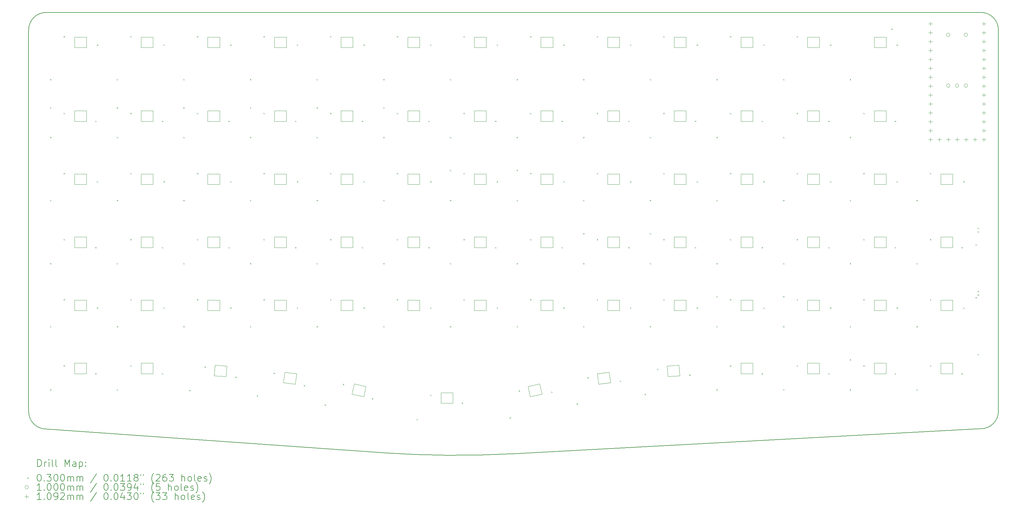
<source format=gbr>
%TF.GenerationSoftware,KiCad,Pcbnew,8.0.7*%
%TF.CreationDate,2025-01-24T18:11:35+01:00*%
%TF.ProjectId,eepyboard_rev3,65657079-626f-4617-9264-5f726576332e,1.2*%
%TF.SameCoordinates,Original*%
%TF.FileFunction,Drillmap*%
%TF.FilePolarity,Positive*%
%FSLAX45Y45*%
G04 Gerber Fmt 4.5, Leading zero omitted, Abs format (unit mm)*
G04 Created by KiCad (PCBNEW 8.0.7) date 2025-01-24 18:11:35*
%MOMM*%
%LPD*%
G01*
G04 APERTURE LIST*
%ADD10C,0.150000*%
%ADD11C,0.120000*%
%ADD12C,0.200000*%
%ADD13C,0.100000*%
%ADD14C,0.109220*%
G04 APERTURE END LIST*
D10*
X33726675Y-7392590D02*
X33726675Y-18268561D01*
X33726675Y-18268561D02*
G75*
G02*
X33253319Y-18767848I-500001J3D01*
G01*
X6076675Y-7392590D02*
G75*
G02*
X6576675Y-6892590I500000J0D01*
G01*
X19854899Y-19482844D02*
G75*
G02*
X16150392Y-19451467I-1598644J29957426D01*
G01*
X33253319Y-18767850D02*
X19854899Y-19482844D01*
X6076675Y-18276538D02*
X6076675Y-7392590D01*
X6541577Y-18775305D02*
X16150392Y-19451467D01*
X33226675Y-6892590D02*
G75*
G02*
X33726672Y-7392590I0J-499998D01*
G01*
X6576675Y-6892590D02*
X33226675Y-6892590D01*
X6541577Y-18775305D02*
G75*
G02*
X6076674Y-18276538I35097J498767D01*
G01*
D11*
X22581675Y-11497590D02*
X22921675Y-11497590D01*
X22581675Y-11797590D02*
X22581675Y-11497590D01*
X22921675Y-11497590D02*
X22921675Y-11797590D01*
X22921675Y-11797590D02*
X22581675Y-11797590D01*
X28281675Y-11497590D02*
X28621675Y-11497590D01*
X28281675Y-11797590D02*
X28281675Y-11497590D01*
X28621675Y-11497590D02*
X28621675Y-11797590D01*
X28621675Y-11797590D02*
X28281675Y-11797590D01*
X30181675Y-7597590D02*
X30521675Y-7597590D01*
X30181675Y-7897590D02*
X30181675Y-7597590D01*
X30521675Y-7597590D02*
X30521675Y-7897590D01*
X30521675Y-7897590D02*
X30181675Y-7897590D01*
X28281675Y-9697590D02*
X28621675Y-9697590D01*
X28281675Y-9997590D02*
X28281675Y-9697590D01*
X28621675Y-9697590D02*
X28621675Y-9997590D01*
X28621675Y-9997590D02*
X28281675Y-9997590D01*
X16881675Y-13297590D02*
X17221675Y-13297590D01*
X16881675Y-13597590D02*
X16881675Y-13297590D01*
X17221675Y-13297590D02*
X17221675Y-13597590D01*
X17221675Y-13597590D02*
X16881675Y-13597590D01*
X13081674Y-11497590D02*
X13421674Y-11497590D01*
X13081674Y-11797590D02*
X13081674Y-11497590D01*
X13421674Y-11497590D02*
X13421674Y-11797590D01*
X13421674Y-11797590D02*
X13081674Y-11797590D01*
X26381675Y-7597590D02*
X26721675Y-7597590D01*
X26381675Y-7897590D02*
X26381675Y-7597590D01*
X26721675Y-7597590D02*
X26721675Y-7897590D01*
X26721675Y-7897590D02*
X26381675Y-7897590D01*
X28281675Y-15097590D02*
X28621675Y-15097590D01*
X28281675Y-15397590D02*
X28281675Y-15097590D01*
X28621675Y-15097590D02*
X28621675Y-15397590D01*
X28621675Y-15397590D02*
X28281675Y-15397590D01*
X24481675Y-7597590D02*
X24821675Y-7597590D01*
X24481675Y-7897590D02*
X24481675Y-7597590D01*
X24821675Y-7597590D02*
X24821675Y-7897590D01*
X24821675Y-7897590D02*
X24481675Y-7897590D01*
X16881675Y-9697590D02*
X17221675Y-9697590D01*
X16881675Y-9997590D02*
X16881675Y-9697590D01*
X17221675Y-9697590D02*
X17221675Y-9997590D01*
X17221675Y-9997590D02*
X16881675Y-9997590D01*
X20681675Y-13297590D02*
X21021675Y-13297590D01*
X20681675Y-13597590D02*
X20681675Y-13297590D01*
X21021675Y-13297590D02*
X21021675Y-13597590D01*
X21021675Y-13597590D02*
X20681675Y-13597590D01*
X32081675Y-11497590D02*
X32421675Y-11497590D01*
X32081675Y-11797590D02*
X32081675Y-11497590D01*
X32421675Y-11497590D02*
X32421675Y-11797590D01*
X32421675Y-11797590D02*
X32081675Y-11797590D01*
X28281675Y-7597590D02*
X28621675Y-7597590D01*
X28281675Y-7897590D02*
X28281675Y-7597590D01*
X28621675Y-7597590D02*
X28621675Y-7897590D01*
X28621675Y-7897590D02*
X28281675Y-7897590D01*
X26381674Y-9697590D02*
X26721674Y-9697590D01*
X26381674Y-9997590D02*
X26381674Y-9697590D01*
X26721674Y-9697590D02*
X26721674Y-9997590D01*
X26721674Y-9997590D02*
X26381674Y-9997590D01*
X32081675Y-13297590D02*
X32421675Y-13297590D01*
X32081675Y-13597590D02*
X32081675Y-13297590D01*
X32421675Y-13297590D02*
X32421675Y-13597590D01*
X32421675Y-13597590D02*
X32081675Y-13597590D01*
X18781675Y-15097590D02*
X19121675Y-15097590D01*
X18781675Y-15397590D02*
X18781675Y-15097590D01*
X19121675Y-15097590D02*
X19121675Y-15397590D01*
X19121675Y-15397590D02*
X18781675Y-15397590D01*
X18781675Y-11497590D02*
X19121675Y-11497590D01*
X18781675Y-11797590D02*
X18781675Y-11497590D01*
X19121675Y-11497590D02*
X19121675Y-11797590D01*
X19121675Y-11797590D02*
X18781675Y-11797590D01*
X24481675Y-15097590D02*
X24821675Y-15097590D01*
X24481675Y-15397590D02*
X24481675Y-15097590D01*
X24821675Y-15097590D02*
X24821675Y-15397590D01*
X24821675Y-15397590D02*
X24481675Y-15397590D01*
X14981675Y-15097590D02*
X15321675Y-15097590D01*
X14981675Y-15397590D02*
X14981675Y-15097590D01*
X15321675Y-15097590D02*
X15321675Y-15397590D01*
X15321675Y-15397590D02*
X14981675Y-15397590D01*
X9281675Y-13297590D02*
X9621675Y-13297590D01*
X9281675Y-13597590D02*
X9281675Y-13297590D01*
X9621675Y-13297590D02*
X9621675Y-13597590D01*
X9621675Y-13597590D02*
X9281675Y-13597590D01*
X13081675Y-13297590D02*
X13421675Y-13297590D01*
X13081675Y-13597590D02*
X13081675Y-13297590D01*
X13421675Y-13297590D02*
X13421675Y-13597590D01*
X13421675Y-13597590D02*
X13081675Y-13597590D01*
X11181675Y-13297590D02*
X11521675Y-13297590D01*
X11181675Y-13597590D02*
X11181675Y-13297590D01*
X11521675Y-13297590D02*
X11521675Y-13597590D01*
X11521675Y-13597590D02*
X11181675Y-13597590D01*
X24481674Y-13297590D02*
X24821674Y-13297590D01*
X24481674Y-13597590D02*
X24481674Y-13297590D01*
X24821674Y-13297590D02*
X24821674Y-13597590D01*
X24821674Y-13597590D02*
X24481674Y-13597590D01*
X26381675Y-15097590D02*
X26721675Y-15097590D01*
X26381675Y-15397590D02*
X26381675Y-15097590D01*
X26721675Y-15097590D02*
X26721675Y-15397590D01*
X26721675Y-15397590D02*
X26381675Y-15397590D01*
X18781675Y-7597590D02*
X19121675Y-7597590D01*
X18781675Y-7897590D02*
X18781675Y-7597590D01*
X19121675Y-7597590D02*
X19121675Y-7897590D01*
X19121675Y-7897590D02*
X18781675Y-7897590D01*
X32081675Y-15097590D02*
X32421675Y-15097590D01*
X32081675Y-15397590D02*
X32081675Y-15097590D01*
X32421675Y-15097590D02*
X32421675Y-15397590D01*
X32421675Y-15397590D02*
X32081675Y-15397590D01*
X17831675Y-17736740D02*
X18171675Y-17736740D01*
X17831675Y-18036740D02*
X17831675Y-17736740D01*
X18171675Y-17736740D02*
X18171675Y-18036740D01*
X18171675Y-18036740D02*
X17831675Y-18036740D01*
X18781675Y-9697590D02*
X19121675Y-9697590D01*
X18781675Y-9997590D02*
X18781675Y-9697590D01*
X19121675Y-9697590D02*
X19121675Y-9997590D01*
X19121675Y-9997590D02*
X18781675Y-9997590D01*
X28281675Y-16897590D02*
X28621675Y-16897590D01*
X28281675Y-17197590D02*
X28281675Y-16897590D01*
X28621675Y-16897590D02*
X28621675Y-17197590D01*
X28621675Y-17197590D02*
X28281675Y-17197590D01*
X20681675Y-7597590D02*
X21021675Y-7597590D01*
X20681675Y-7897590D02*
X20681675Y-7597590D01*
X21021675Y-7597590D02*
X21021675Y-7897590D01*
X21021675Y-7897590D02*
X20681675Y-7897590D01*
X14981674Y-7597590D02*
X15321674Y-7597590D01*
X14981674Y-7897590D02*
X14981674Y-7597590D01*
X15321674Y-7597590D02*
X15321674Y-7897590D01*
X15321674Y-7897590D02*
X14981674Y-7897590D01*
X30181674Y-16897590D02*
X30521674Y-16897590D01*
X30181674Y-17197590D02*
X30181674Y-16897590D01*
X30521674Y-16897590D02*
X30521674Y-17197590D01*
X30521674Y-17197590D02*
X30181674Y-17197590D01*
X30181675Y-11497590D02*
X30521675Y-11497590D01*
X30181675Y-11797590D02*
X30181675Y-11497590D01*
X30521675Y-11497590D02*
X30521675Y-11797590D01*
X30521675Y-11797590D02*
X30181675Y-11797590D01*
X30181675Y-9697590D02*
X30521675Y-9697590D01*
X30181675Y-9997590D02*
X30181675Y-9697590D01*
X30521675Y-9697590D02*
X30521675Y-9997590D01*
X30521675Y-9997590D02*
X30181675Y-9997590D01*
X11181675Y-9697590D02*
X11521675Y-9697590D01*
X11181675Y-9997590D02*
X11181675Y-9697590D01*
X11521675Y-9697590D02*
X11521675Y-9997590D01*
X11521675Y-9997590D02*
X11181675Y-9997590D01*
X20681675Y-15097590D02*
X21021675Y-15097590D01*
X20681675Y-15397590D02*
X20681675Y-15097590D01*
X21021675Y-15097590D02*
X21021675Y-15397590D01*
X21021675Y-15397590D02*
X20681675Y-15397590D01*
X20681675Y-9697590D02*
X21021675Y-9697590D01*
X20681675Y-9997590D02*
X20681675Y-9697590D01*
X21021675Y-9697590D02*
X21021675Y-9997590D01*
X21021675Y-9997590D02*
X20681675Y-9997590D01*
X9281675Y-16897590D02*
X9621675Y-16897590D01*
X9281675Y-17197590D02*
X9281675Y-16897590D01*
X9621675Y-16897590D02*
X9621675Y-17197590D01*
X9621675Y-17197590D02*
X9281675Y-17197590D01*
X7381674Y-15097590D02*
X7721674Y-15097590D01*
X7381674Y-15397590D02*
X7381674Y-15097590D01*
X7721674Y-15097590D02*
X7721674Y-15397590D01*
X7721674Y-15397590D02*
X7381674Y-15397590D01*
X7381675Y-13297590D02*
X7721675Y-13297590D01*
X7381675Y-13597590D02*
X7381675Y-13297590D01*
X7721675Y-13297590D02*
X7721675Y-13597590D01*
X7721675Y-13597590D02*
X7381675Y-13597590D01*
X22581675Y-15097590D02*
X22921675Y-15097590D01*
X22581675Y-15397590D02*
X22581675Y-15097590D01*
X22921675Y-15097590D02*
X22921675Y-15397590D01*
X22921675Y-15397590D02*
X22581675Y-15397590D01*
X9281675Y-9697590D02*
X9621675Y-9697590D01*
X9281675Y-9997590D02*
X9281675Y-9697590D01*
X9621675Y-9697590D02*
X9621675Y-9997590D01*
X9621675Y-9997590D02*
X9281675Y-9997590D01*
X16881675Y-11497590D02*
X17221675Y-11497590D01*
X16881675Y-11797590D02*
X16881675Y-11497590D01*
X17221675Y-11497590D02*
X17221675Y-11797590D01*
X17221675Y-11797590D02*
X16881675Y-11797590D01*
X26381675Y-13297590D02*
X26721675Y-13297590D01*
X26381675Y-13597590D02*
X26381675Y-13297590D01*
X26721675Y-13297590D02*
X26721675Y-13597590D01*
X26721675Y-13597590D02*
X26381675Y-13597590D01*
X18781675Y-13297590D02*
X19121675Y-13297590D01*
X18781675Y-13597590D02*
X18781675Y-13297590D01*
X19121675Y-13297590D02*
X19121675Y-13597590D01*
X19121675Y-13597590D02*
X18781675Y-13597590D01*
X20313243Y-17560633D02*
X20645813Y-17489943D01*
X20375616Y-17854077D02*
X20313243Y-17560633D01*
X20645813Y-17489943D02*
X20708186Y-17783387D01*
X20708186Y-17783387D02*
X20375616Y-17854077D01*
X11181675Y-15097590D02*
X11521675Y-15097590D01*
X11181675Y-15397590D02*
X11181675Y-15097590D01*
X11521675Y-15097590D02*
X11521675Y-15397590D01*
X11521675Y-15397590D02*
X11181675Y-15397590D01*
X22581674Y-13297590D02*
X22921674Y-13297590D01*
X22581674Y-13597590D02*
X22581674Y-13297590D01*
X22921674Y-13297590D02*
X22921674Y-13597590D01*
X22921674Y-13597590D02*
X22581674Y-13597590D01*
X13339247Y-17450555D02*
X13380998Y-17153475D01*
X13380998Y-17153475D02*
X13717689Y-17200794D01*
X13675938Y-17497874D02*
X13339247Y-17450555D01*
X13717689Y-17200794D02*
X13675938Y-17497874D01*
X11364878Y-17254971D02*
X11385805Y-16955703D01*
X11385805Y-16955703D02*
X11724976Y-16979420D01*
X11704049Y-17278689D02*
X11364878Y-17254971D01*
X11724976Y-16979420D02*
X11704049Y-17278689D01*
X26381675Y-16897590D02*
X26721675Y-16897590D01*
X26381675Y-17197590D02*
X26381675Y-16897590D01*
X26721675Y-16897590D02*
X26721675Y-17197590D01*
X26721675Y-17197590D02*
X26381675Y-17197590D01*
X9281675Y-7597590D02*
X9621675Y-7597590D01*
X9281675Y-7897590D02*
X9281675Y-7597590D01*
X9621675Y-7597590D02*
X9621675Y-7897590D01*
X9621675Y-7897590D02*
X9281675Y-7897590D01*
X14981674Y-13297590D02*
X15321674Y-13297590D01*
X14981674Y-13597590D02*
X14981674Y-13297590D01*
X15321674Y-13297590D02*
X15321674Y-13597590D01*
X15321674Y-13597590D02*
X14981674Y-13597590D01*
X11181675Y-7597590D02*
X11521675Y-7597590D01*
X11181675Y-7897590D02*
X11181675Y-7597590D01*
X11521675Y-7597590D02*
X11521675Y-7897590D01*
X11521675Y-7897590D02*
X11181675Y-7897590D01*
X13081675Y-15097590D02*
X13421675Y-15097590D01*
X13081675Y-15397590D02*
X13081675Y-15097590D01*
X13421675Y-15097590D02*
X13421675Y-15397590D01*
X13421675Y-15397590D02*
X13081675Y-15397590D01*
X24278373Y-16979420D02*
X24617545Y-16955703D01*
X24299300Y-17278689D02*
X24278373Y-16979420D01*
X24617545Y-16955703D02*
X24638472Y-17254972D01*
X24638472Y-17254972D02*
X24299300Y-17278689D01*
X15295164Y-17783387D02*
X15357537Y-17489943D01*
X15357537Y-17489943D02*
X15690107Y-17560633D01*
X15627733Y-17854077D02*
X15295164Y-17783387D01*
X15690107Y-17560633D02*
X15627733Y-17854077D01*
X14981675Y-11497590D02*
X15321675Y-11497590D01*
X14981675Y-11797590D02*
X14981675Y-11497590D01*
X15321675Y-11497590D02*
X15321675Y-11797590D01*
X15321675Y-11797590D02*
X14981675Y-11797590D01*
X30181675Y-15097590D02*
X30521675Y-15097590D01*
X30181675Y-15397590D02*
X30181675Y-15097590D01*
X30521675Y-15097590D02*
X30521675Y-15397590D01*
X30521675Y-15397590D02*
X30181675Y-15397590D01*
X14981675Y-9697590D02*
X15321675Y-9697590D01*
X14981675Y-9997590D02*
X14981675Y-9697590D01*
X15321675Y-9697590D02*
X15321675Y-9997590D01*
X15321675Y-9997590D02*
X14981675Y-9997590D01*
X11181675Y-11497590D02*
X11521675Y-11497590D01*
X11181675Y-11797590D02*
X11181675Y-11497590D01*
X11521675Y-11497590D02*
X11521675Y-11797590D01*
X11521675Y-11797590D02*
X11181675Y-11797590D01*
X32081675Y-16897590D02*
X32421675Y-16897590D01*
X32081675Y-17197590D02*
X32081675Y-16897590D01*
X32421675Y-16897590D02*
X32421675Y-17197590D01*
X32421675Y-17197590D02*
X32081675Y-17197590D01*
X7381675Y-11497590D02*
X7721675Y-11497590D01*
X7381675Y-11797590D02*
X7381675Y-11497590D01*
X7721675Y-11497590D02*
X7721675Y-11797590D01*
X7721675Y-11797590D02*
X7381675Y-11797590D01*
X28281675Y-13297590D02*
X28621675Y-13297590D01*
X28281675Y-13597590D02*
X28281675Y-13297590D01*
X28621675Y-13297590D02*
X28621675Y-13597590D01*
X28621675Y-13597590D02*
X28281675Y-13597590D01*
X16881675Y-7597590D02*
X17221675Y-7597590D01*
X16881675Y-7897590D02*
X16881675Y-7597590D01*
X17221675Y-7597590D02*
X17221675Y-7897590D01*
X17221675Y-7897590D02*
X16881675Y-7897590D01*
X24481675Y-11497590D02*
X24821675Y-11497590D01*
X24481675Y-11797590D02*
X24481675Y-11497590D01*
X24821675Y-11497590D02*
X24821675Y-11797590D01*
X24821675Y-11797590D02*
X24481675Y-11797590D01*
X13081675Y-9697590D02*
X13421675Y-9697590D01*
X13081675Y-9997590D02*
X13081675Y-9697590D01*
X13421675Y-9697590D02*
X13421675Y-9997590D01*
X13421675Y-9997590D02*
X13081675Y-9997590D01*
X7381675Y-7597590D02*
X7721675Y-7597590D01*
X7381675Y-7897590D02*
X7381675Y-7597590D01*
X7721675Y-7597590D02*
X7721675Y-7897590D01*
X7721675Y-7897590D02*
X7381675Y-7897590D01*
X26381675Y-11497590D02*
X26721675Y-11497590D01*
X26381675Y-11797590D02*
X26381675Y-11497590D01*
X26721675Y-11497590D02*
X26721675Y-11797590D01*
X26721675Y-11797590D02*
X26381675Y-11797590D01*
X22581675Y-9697590D02*
X22921675Y-9697590D01*
X22581675Y-9997590D02*
X22581675Y-9697590D01*
X22921675Y-9697590D02*
X22921675Y-9997590D01*
X22921675Y-9997590D02*
X22581675Y-9997590D01*
X7381675Y-9697590D02*
X7721675Y-9697590D01*
X7381675Y-9997590D02*
X7381675Y-9697590D01*
X7721675Y-9697590D02*
X7721675Y-9997590D01*
X7721675Y-9997590D02*
X7381675Y-9997590D01*
X13081675Y-7597590D02*
X13421675Y-7597590D01*
X13081675Y-7897590D02*
X13081675Y-7597590D01*
X13421675Y-7597590D02*
X13421675Y-7897590D01*
X13421675Y-7897590D02*
X13081675Y-7897590D01*
X24481674Y-9697590D02*
X24821674Y-9697590D01*
X24481674Y-9997590D02*
X24481674Y-9697590D01*
X24821674Y-9697590D02*
X24821674Y-9997590D01*
X24821674Y-9997590D02*
X24481674Y-9997590D01*
X22581675Y-7597590D02*
X22921675Y-7597590D01*
X22581675Y-7897590D02*
X22581675Y-7597590D01*
X22921675Y-7597590D02*
X22921675Y-7897590D01*
X22921675Y-7897590D02*
X22581675Y-7897590D01*
X30181675Y-13297590D02*
X30521675Y-13297590D01*
X30181675Y-13597590D02*
X30181675Y-13297590D01*
X30521675Y-13297590D02*
X30521675Y-13597590D01*
X30521675Y-13597590D02*
X30181675Y-13597590D01*
X20681675Y-11497590D02*
X21021675Y-11497590D01*
X20681675Y-11797590D02*
X20681675Y-11497590D01*
X21021675Y-11497590D02*
X21021675Y-11797590D01*
X21021675Y-11797590D02*
X20681675Y-11797590D01*
X9281675Y-15097590D02*
X9621675Y-15097590D01*
X9281675Y-15397590D02*
X9281675Y-15097590D01*
X9621675Y-15097590D02*
X9621675Y-15397590D01*
X9621675Y-15397590D02*
X9281675Y-15397590D01*
X22285660Y-17200794D02*
X22622351Y-17153475D01*
X22327412Y-17497874D02*
X22285660Y-17200794D01*
X22622351Y-17153475D02*
X22664103Y-17450555D01*
X22664103Y-17450555D02*
X22327412Y-17497874D01*
X9281675Y-11497590D02*
X9621675Y-11497590D01*
X9281675Y-11797590D02*
X9281675Y-11497590D01*
X9621675Y-11497590D02*
X9621675Y-11797590D01*
X9621675Y-11797590D02*
X9281675Y-11797590D01*
X7381675Y-16897590D02*
X7721675Y-16897590D01*
X7381675Y-17197590D02*
X7381675Y-16897590D01*
X7721675Y-16897590D02*
X7721675Y-17197590D01*
X7721675Y-17197590D02*
X7381675Y-17197590D01*
X16881675Y-15097590D02*
X17221675Y-15097590D01*
X16881675Y-15397590D02*
X16881675Y-15097590D01*
X17221675Y-15097590D02*
X17221675Y-15397590D01*
X17221675Y-15397590D02*
X16881675Y-15397590D01*
D12*
D13*
X6687767Y-10442194D02*
X6717767Y-10472194D01*
X6717767Y-10442194D02*
X6687767Y-10472194D01*
X6687767Y-9602590D02*
X6717767Y-9632590D01*
X6717767Y-9602590D02*
X6687767Y-9632590D01*
X6687767Y-8792194D02*
X6717767Y-8822194D01*
X6717767Y-8792194D02*
X6687767Y-8822194D01*
X6687767Y-14042194D02*
X6717767Y-14072194D01*
X6717767Y-14042194D02*
X6687767Y-14072194D01*
X6687767Y-17642194D02*
X6717767Y-17672194D01*
X6717767Y-17642194D02*
X6687767Y-17672194D01*
X6687767Y-12242195D02*
X6717767Y-12272195D01*
X6717767Y-12242195D02*
X6687767Y-12272195D01*
X6687767Y-15842195D02*
X6717767Y-15872195D01*
X6717767Y-15842195D02*
X6687767Y-15872195D01*
X7074054Y-7571340D02*
X7104054Y-7601340D01*
X7104054Y-7571340D02*
X7074054Y-7601340D01*
X7074054Y-13357590D02*
X7104054Y-13387590D01*
X7104054Y-13357590D02*
X7074054Y-13387590D01*
X7074054Y-15071340D02*
X7104054Y-15101340D01*
X7104054Y-15071340D02*
X7074054Y-15101340D01*
X7074054Y-9757590D02*
X7104054Y-9787590D01*
X7104054Y-9757590D02*
X7074054Y-9787590D01*
X7074054Y-11471340D02*
X7104054Y-11501340D01*
X7104054Y-11471340D02*
X7074054Y-11501340D01*
X7074054Y-16957590D02*
X7104054Y-16987590D01*
X7104054Y-16957590D02*
X7074054Y-16987590D01*
X7974054Y-9983840D02*
X8004054Y-10013840D01*
X8004054Y-9983840D02*
X7974054Y-10013840D01*
X7974054Y-17183840D02*
X8004054Y-17213840D01*
X8004054Y-17183840D02*
X7974054Y-17213840D01*
X7974054Y-13583840D02*
X8004054Y-13613840D01*
X8004054Y-13583840D02*
X7974054Y-13613840D01*
X8024054Y-7807590D02*
X8054054Y-7837590D01*
X8054054Y-7807590D02*
X8024054Y-7837590D01*
X8024054Y-11707590D02*
X8054054Y-11737590D01*
X8054054Y-11707590D02*
X8024054Y-11737590D01*
X8024054Y-15307590D02*
X8054054Y-15337590D01*
X8054054Y-15307590D02*
X8024054Y-15337590D01*
X8587767Y-8792194D02*
X8617767Y-8822194D01*
X8617767Y-8792194D02*
X8587767Y-8822194D01*
X8587767Y-10442194D02*
X8617767Y-10472194D01*
X8617767Y-10442194D02*
X8587767Y-10472194D01*
X8587767Y-14042194D02*
X8617767Y-14072194D01*
X8617767Y-14042194D02*
X8587767Y-14072194D01*
X8587767Y-9602590D02*
X8617767Y-9632590D01*
X8617767Y-9602590D02*
X8587767Y-9632590D01*
X8587768Y-12242195D02*
X8617768Y-12272195D01*
X8617768Y-12242195D02*
X8587768Y-12272195D01*
X8587768Y-15842194D02*
X8617768Y-15872194D01*
X8617768Y-15842194D02*
X8587768Y-15872194D01*
X8587768Y-17642195D02*
X8617768Y-17672195D01*
X8617768Y-17642195D02*
X8587768Y-17672195D01*
X8974054Y-9757590D02*
X9004054Y-9787590D01*
X9004054Y-9757590D02*
X8974054Y-9787590D01*
X8974054Y-15071340D02*
X9004054Y-15101340D01*
X9004054Y-15071340D02*
X8974054Y-15101340D01*
X8974054Y-7571340D02*
X9004054Y-7601340D01*
X9004054Y-7571340D02*
X8974054Y-7601340D01*
X8974054Y-11471340D02*
X9004054Y-11501340D01*
X9004054Y-11471340D02*
X8974054Y-11501340D01*
X8974054Y-13357590D02*
X9004054Y-13387590D01*
X9004054Y-13357590D02*
X8974054Y-13387590D01*
X8974054Y-16957590D02*
X9004054Y-16987590D01*
X9004054Y-16957590D02*
X8974054Y-16987590D01*
X9874054Y-13583840D02*
X9904054Y-13613840D01*
X9904054Y-13583840D02*
X9874054Y-13613840D01*
X9874054Y-9983841D02*
X9904054Y-10013841D01*
X9904054Y-9983841D02*
X9874054Y-10013841D01*
X9874055Y-17183840D02*
X9904055Y-17213840D01*
X9904055Y-17183840D02*
X9874055Y-17213840D01*
X9924054Y-11707590D02*
X9954054Y-11737590D01*
X9954054Y-11707590D02*
X9924054Y-11737590D01*
X9924054Y-15307590D02*
X9954054Y-15337590D01*
X9954054Y-15307590D02*
X9924054Y-15337590D01*
X9924055Y-7807590D02*
X9954055Y-7837590D01*
X9954055Y-7807590D02*
X9924055Y-7837590D01*
X10487767Y-14042194D02*
X10517767Y-14072194D01*
X10517767Y-14042194D02*
X10487767Y-14072194D01*
X10487767Y-8792194D02*
X10517767Y-8822194D01*
X10517767Y-8792194D02*
X10487767Y-8822194D01*
X10487767Y-9602590D02*
X10517767Y-9632590D01*
X10517767Y-9602590D02*
X10487767Y-9632590D01*
X10487767Y-10442194D02*
X10517767Y-10472194D01*
X10517767Y-10442194D02*
X10487767Y-10472194D01*
X10487768Y-12242194D02*
X10517768Y-12272194D01*
X10517768Y-12242194D02*
X10487768Y-12272194D01*
X10487768Y-15842194D02*
X10517768Y-15872194D01*
X10517768Y-15842194D02*
X10487768Y-15872194D01*
X10656812Y-17662531D02*
X10686812Y-17692531D01*
X10686812Y-17662531D02*
X10656812Y-17692531D01*
X10874054Y-9757590D02*
X10904054Y-9787590D01*
X10904054Y-9757590D02*
X10874054Y-9787590D01*
X10874054Y-15071340D02*
X10904054Y-15101340D01*
X10904054Y-15071340D02*
X10874054Y-15101340D01*
X10874054Y-7571340D02*
X10904054Y-7601340D01*
X10904054Y-7571340D02*
X10874054Y-7601340D01*
X10874054Y-11471340D02*
X10904054Y-11501340D01*
X10904054Y-11471340D02*
X10874054Y-11501340D01*
X10874054Y-13357590D02*
X10904054Y-13387590D01*
X10904054Y-13357590D02*
X10874054Y-13387590D01*
X11090633Y-16996294D02*
X11120633Y-17026294D01*
X11120633Y-16996294D02*
X11090633Y-17026294D01*
X11774054Y-9983840D02*
X11804054Y-10013840D01*
X11804054Y-9983840D02*
X11774054Y-10013840D01*
X11774054Y-13583840D02*
X11804054Y-13613840D01*
X11804054Y-13583840D02*
X11774054Y-13613840D01*
X11824054Y-11707590D02*
X11854054Y-11737590D01*
X11854054Y-11707590D02*
X11824054Y-11737590D01*
X11824054Y-15307590D02*
X11854054Y-15337590D01*
X11854054Y-15307590D02*
X11824054Y-15337590D01*
X11824054Y-7807590D02*
X11854054Y-7837590D01*
X11854054Y-7807590D02*
X11824054Y-7837590D01*
X11972659Y-17284774D02*
X12002659Y-17314774D01*
X12002659Y-17284774D02*
X11972659Y-17314774D01*
X12387767Y-12242194D02*
X12417767Y-12272194D01*
X12417767Y-12242194D02*
X12387767Y-12272194D01*
X12387767Y-9602590D02*
X12417767Y-9632590D01*
X12417767Y-9602590D02*
X12387767Y-9632590D01*
X12387767Y-14042194D02*
X12417767Y-14072194D01*
X12417767Y-14042194D02*
X12387767Y-14072194D01*
X12387767Y-10442195D02*
X12417767Y-10472195D01*
X12417767Y-10442195D02*
X12387767Y-10472195D01*
X12387767Y-8792195D02*
X12417767Y-8822195D01*
X12417767Y-8792195D02*
X12387767Y-8822195D01*
X12387767Y-15842194D02*
X12417767Y-15872194D01*
X12417767Y-15842194D02*
X12387767Y-15872194D01*
X12579587Y-17819640D02*
X12609587Y-17849640D01*
X12609587Y-17819640D02*
X12579587Y-17849640D01*
X12774054Y-9757590D02*
X12804054Y-9787590D01*
X12804054Y-9757590D02*
X12774054Y-9787590D01*
X12774054Y-11471340D02*
X12804054Y-11501340D01*
X12804054Y-11471340D02*
X12774054Y-11501340D01*
X12774054Y-7571340D02*
X12804054Y-7601340D01*
X12804054Y-7571340D02*
X12774054Y-7601340D01*
X12774054Y-13357590D02*
X12804054Y-13387590D01*
X12804054Y-13357590D02*
X12774054Y-13387590D01*
X12774054Y-15071340D02*
X12804054Y-15101340D01*
X12804054Y-15071340D02*
X12774054Y-15101340D01*
X13060377Y-17171259D02*
X13090377Y-17201259D01*
X13090377Y-17171259D02*
X13060377Y-17201259D01*
X13674054Y-13583840D02*
X13704054Y-13613840D01*
X13704054Y-13583840D02*
X13674054Y-13613840D01*
X13674054Y-9983840D02*
X13704054Y-10013840D01*
X13704054Y-9983840D02*
X13674054Y-10013840D01*
X13724054Y-11707590D02*
X13754054Y-11737590D01*
X13754054Y-11707590D02*
X13724054Y-11737590D01*
X13724054Y-15307590D02*
X13754054Y-15337590D01*
X13754054Y-15307590D02*
X13724054Y-15337590D01*
X13724054Y-7807590D02*
X13754054Y-7837590D01*
X13754054Y-7807590D02*
X13724054Y-7837590D01*
X13920130Y-17520563D02*
X13950130Y-17550563D01*
X13950130Y-17520563D02*
X13920130Y-17550563D01*
X14287767Y-12242194D02*
X14317767Y-12272194D01*
X14317767Y-12242194D02*
X14287767Y-12272194D01*
X14287767Y-10442194D02*
X14317767Y-10472194D01*
X14317767Y-10442194D02*
X14287767Y-10472194D01*
X14287767Y-14042194D02*
X14317767Y-14072194D01*
X14317767Y-14042194D02*
X14287767Y-14072194D01*
X14287767Y-9602590D02*
X14317767Y-9632590D01*
X14317767Y-9602590D02*
X14287767Y-9632590D01*
X14287767Y-15842194D02*
X14317767Y-15872194D01*
X14317767Y-15842194D02*
X14287767Y-15872194D01*
X14287768Y-8792194D02*
X14317768Y-8822194D01*
X14317768Y-8792194D02*
X14287768Y-8822194D01*
X14514963Y-18077297D02*
X14544963Y-18107297D01*
X14544963Y-18077297D02*
X14514963Y-18107297D01*
X14674054Y-9757590D02*
X14704054Y-9787590D01*
X14704054Y-9757590D02*
X14674054Y-9787590D01*
X14674054Y-13357590D02*
X14704054Y-13387590D01*
X14704054Y-13357590D02*
X14674054Y-13387590D01*
X14674054Y-7571340D02*
X14704054Y-7601340D01*
X14704054Y-7571340D02*
X14674054Y-7601340D01*
X14674054Y-11471340D02*
X14704054Y-11501340D01*
X14704054Y-11471340D02*
X14674054Y-11501340D01*
X14674054Y-15071340D02*
X14704054Y-15101340D01*
X14704054Y-15071340D02*
X14674054Y-15101340D01*
X15034743Y-17486195D02*
X15064743Y-17516195D01*
X15064743Y-17486195D02*
X15034743Y-17516195D01*
X15574054Y-9983840D02*
X15604054Y-10013840D01*
X15604054Y-9983840D02*
X15574054Y-10013840D01*
X15574054Y-13583840D02*
X15604054Y-13613840D01*
X15604054Y-13583840D02*
X15574054Y-13613840D01*
X15624054Y-11707590D02*
X15654054Y-11737590D01*
X15654054Y-11707590D02*
X15624054Y-11737590D01*
X15624054Y-15307590D02*
X15654054Y-15337590D01*
X15654054Y-15307590D02*
X15624054Y-15337590D01*
X15624054Y-7807590D02*
X15654054Y-7837590D01*
X15654054Y-7807590D02*
X15624054Y-7837590D01*
X15868036Y-17894621D02*
X15898036Y-17924621D01*
X15898036Y-17894621D02*
X15868036Y-17924621D01*
X16187767Y-14042194D02*
X16217767Y-14072194D01*
X16217767Y-14042194D02*
X16187767Y-14072194D01*
X16187767Y-12242194D02*
X16217767Y-12272194D01*
X16217767Y-12242194D02*
X16187767Y-12272194D01*
X16187767Y-15842194D02*
X16217767Y-15872194D01*
X16217767Y-15842194D02*
X16187767Y-15872194D01*
X16187767Y-8792195D02*
X16217767Y-8822195D01*
X16217767Y-8792195D02*
X16187767Y-8822195D01*
X16187767Y-9602590D02*
X16217767Y-9632590D01*
X16217767Y-9602590D02*
X16187767Y-9632590D01*
X16187767Y-10442194D02*
X16217767Y-10472194D01*
X16217767Y-10442194D02*
X16187767Y-10472194D01*
X16574054Y-11471340D02*
X16604054Y-11501340D01*
X16604054Y-11471340D02*
X16574054Y-11501340D01*
X16574054Y-7571340D02*
X16604054Y-7601340D01*
X16604054Y-7571340D02*
X16574054Y-7601340D01*
X16574054Y-9757590D02*
X16604054Y-9787590D01*
X16604054Y-9757590D02*
X16574054Y-9787590D01*
X16574054Y-13357590D02*
X16604054Y-13387590D01*
X16604054Y-13357590D02*
X16574054Y-13387590D01*
X16574054Y-15071340D02*
X16604054Y-15101340D01*
X16604054Y-15071340D02*
X16574054Y-15101340D01*
X17137767Y-18492194D02*
X17167767Y-18522194D01*
X17167767Y-18492194D02*
X17137767Y-18522194D01*
X17474054Y-9983840D02*
X17504054Y-10013840D01*
X17504054Y-9983840D02*
X17474054Y-10013840D01*
X17474054Y-13583840D02*
X17504054Y-13613840D01*
X17504054Y-13583840D02*
X17474054Y-13613840D01*
X17524054Y-11707590D02*
X17554054Y-11737590D01*
X17554054Y-11707590D02*
X17524054Y-11737590D01*
X17524054Y-15307590D02*
X17554054Y-15337590D01*
X17554054Y-15307590D02*
X17524054Y-15337590D01*
X17524054Y-7807590D02*
X17554054Y-7837590D01*
X17554054Y-7807590D02*
X17524054Y-7837590D01*
X17524054Y-17796740D02*
X17554054Y-17826740D01*
X17554054Y-17796740D02*
X17524054Y-17826740D01*
X18087767Y-12242194D02*
X18117767Y-12272194D01*
X18117767Y-12242194D02*
X18087767Y-12272194D01*
X18087767Y-15842194D02*
X18117767Y-15872194D01*
X18117767Y-15842194D02*
X18087767Y-15872194D01*
X18087767Y-11385000D02*
X18117767Y-11415000D01*
X18117767Y-11385000D02*
X18087767Y-11415000D01*
X18087768Y-8792194D02*
X18117768Y-8822194D01*
X18117768Y-8792194D02*
X18087768Y-8822194D01*
X18087768Y-10442194D02*
X18117768Y-10472194D01*
X18117768Y-10442194D02*
X18087768Y-10472194D01*
X18087768Y-14042194D02*
X18117768Y-14072194D01*
X18117768Y-14042194D02*
X18087768Y-14072194D01*
X18424055Y-18022990D02*
X18454055Y-18052990D01*
X18454055Y-18022990D02*
X18424055Y-18052990D01*
X18474054Y-13357590D02*
X18504054Y-13387590D01*
X18504054Y-13357590D02*
X18474054Y-13387590D01*
X18474054Y-9757590D02*
X18504054Y-9787590D01*
X18504054Y-9757590D02*
X18474054Y-9787590D01*
X18474054Y-15071340D02*
X18504054Y-15101340D01*
X18504054Y-15071340D02*
X18474054Y-15101340D01*
X18474055Y-7571340D02*
X18504055Y-7601340D01*
X18504055Y-7571340D02*
X18474055Y-7601340D01*
X18474055Y-11471340D02*
X18504055Y-11501340D01*
X18504055Y-11471340D02*
X18474055Y-11501340D01*
X19374054Y-9983840D02*
X19404054Y-10013840D01*
X19404054Y-9983840D02*
X19374054Y-10013840D01*
X19374054Y-13583840D02*
X19404054Y-13613840D01*
X19404054Y-13583840D02*
X19374054Y-13613840D01*
X19424054Y-11707590D02*
X19454054Y-11737590D01*
X19454054Y-11707590D02*
X19424054Y-11737590D01*
X19424054Y-15307590D02*
X19454054Y-15337590D01*
X19454054Y-15307590D02*
X19424054Y-15337590D01*
X19424055Y-7807590D02*
X19454055Y-7837590D01*
X19454055Y-7807590D02*
X19424055Y-7837590D01*
X19790930Y-18439783D02*
X19820930Y-18469783D01*
X19820930Y-18439783D02*
X19790930Y-18469783D01*
X19987767Y-15842194D02*
X20017767Y-15872194D01*
X20017767Y-15842194D02*
X19987767Y-15872194D01*
X19987767Y-12242194D02*
X20017767Y-12272194D01*
X20017767Y-12242194D02*
X19987767Y-12272194D01*
X19987767Y-8792195D02*
X20017767Y-8822195D01*
X20017767Y-8792195D02*
X19987767Y-8822195D01*
X19987767Y-11385000D02*
X20017767Y-11415000D01*
X20017767Y-11385000D02*
X19987767Y-11415000D01*
X19987768Y-14042194D02*
X20017768Y-14072194D01*
X20017768Y-14042194D02*
X19987768Y-14072194D01*
X19987768Y-10442195D02*
X20017768Y-10472195D01*
X20017768Y-10442195D02*
X19987768Y-10472195D01*
X20048577Y-17675377D02*
X20078577Y-17705377D01*
X20078577Y-17675377D02*
X20048577Y-17705377D01*
X20374054Y-11471340D02*
X20404054Y-11501340D01*
X20404054Y-11471340D02*
X20374054Y-11501340D01*
X20374054Y-13357590D02*
X20404054Y-13387590D01*
X20404054Y-13357590D02*
X20374054Y-13387590D01*
X20374054Y-15071340D02*
X20404054Y-15101340D01*
X20404054Y-15071340D02*
X20374054Y-15101340D01*
X20374055Y-7571340D02*
X20404055Y-7601340D01*
X20404055Y-7571340D02*
X20374055Y-7601340D01*
X20374055Y-9757590D02*
X20404055Y-9787590D01*
X20404055Y-9757590D02*
X20374055Y-9787590D01*
X20975950Y-17709562D02*
X21005950Y-17739562D01*
X21005950Y-17709562D02*
X20975950Y-17739562D01*
X21274054Y-9983840D02*
X21304054Y-10013840D01*
X21304054Y-9983840D02*
X21274054Y-10013840D01*
X21274054Y-13583840D02*
X21304054Y-13613840D01*
X21304054Y-13583840D02*
X21274054Y-13613840D01*
X21324054Y-15307590D02*
X21354054Y-15337590D01*
X21354054Y-15307590D02*
X21324054Y-15337590D01*
X21324054Y-11707590D02*
X21354054Y-11737590D01*
X21354054Y-11707590D02*
X21324054Y-11737590D01*
X21324055Y-7807590D02*
X21354055Y-7837590D01*
X21354055Y-7807590D02*
X21324055Y-7837590D01*
X21699913Y-18048894D02*
X21729913Y-18078894D01*
X21729913Y-18048894D02*
X21699913Y-18078894D01*
X21887767Y-8792195D02*
X21917767Y-8822195D01*
X21917767Y-8792195D02*
X21887767Y-8822195D01*
X21887767Y-15842194D02*
X21917767Y-15872194D01*
X21917767Y-15842194D02*
X21887767Y-15872194D01*
X21887767Y-13185000D02*
X21917767Y-13215000D01*
X21917767Y-13185000D02*
X21887767Y-13215000D01*
X21887767Y-14042194D02*
X21917767Y-14072194D01*
X21917767Y-14042194D02*
X21887767Y-14072194D01*
X21887768Y-12242194D02*
X21917768Y-12272194D01*
X21917768Y-12242194D02*
X21887768Y-12272194D01*
X21887768Y-10442195D02*
X21917768Y-10472195D01*
X21917768Y-10442195D02*
X21887768Y-10472195D01*
X22008908Y-17298318D02*
X22038908Y-17328318D01*
X22038908Y-17298318D02*
X22008908Y-17328318D01*
X22274054Y-11471340D02*
X22304054Y-11501340D01*
X22304054Y-11471340D02*
X22274054Y-11501340D01*
X22274054Y-7571340D02*
X22304054Y-7601340D01*
X22304054Y-7571340D02*
X22274054Y-7601340D01*
X22274054Y-13357590D02*
X22304054Y-13387590D01*
X22304054Y-13357590D02*
X22274054Y-13387590D01*
X22274054Y-15071340D02*
X22304054Y-15101340D01*
X22304054Y-15071340D02*
X22274054Y-15101340D01*
X22274055Y-9757590D02*
X22304055Y-9787590D01*
X22304055Y-9757590D02*
X22274055Y-9787590D01*
X22931637Y-17397110D02*
X22961637Y-17427110D01*
X22961637Y-17397110D02*
X22931637Y-17427110D01*
X23174054Y-13583840D02*
X23204054Y-13613840D01*
X23204054Y-13583840D02*
X23174054Y-13613840D01*
X23174054Y-9983840D02*
X23204054Y-10013840D01*
X23204054Y-9983840D02*
X23174054Y-10013840D01*
X23224054Y-11707590D02*
X23254054Y-11737590D01*
X23254054Y-11707590D02*
X23224054Y-11737590D01*
X23224054Y-15307590D02*
X23254054Y-15337590D01*
X23254054Y-15307590D02*
X23224054Y-15337590D01*
X23224054Y-7807590D02*
X23254054Y-7837590D01*
X23254054Y-7807590D02*
X23224054Y-7837590D01*
X23639558Y-17776840D02*
X23669558Y-17806840D01*
X23669558Y-17776840D02*
X23639558Y-17806840D01*
X23787767Y-12242194D02*
X23817767Y-12272194D01*
X23817767Y-12242194D02*
X23787767Y-12272194D01*
X23787767Y-15842194D02*
X23817767Y-15872194D01*
X23817767Y-15842194D02*
X23787767Y-15872194D01*
X23787767Y-13185000D02*
X23817767Y-13215000D01*
X23817767Y-13185000D02*
X23787767Y-13215000D01*
X23787767Y-14042194D02*
X23817767Y-14072194D01*
X23817767Y-14042194D02*
X23787767Y-14072194D01*
X23787767Y-8792195D02*
X23817767Y-8822195D01*
X23817767Y-8792195D02*
X23787767Y-8822195D01*
X23787767Y-10442194D02*
X23817767Y-10472194D01*
X23817767Y-10442194D02*
X23787767Y-10472194D01*
X24000192Y-17058006D02*
X24030192Y-17088006D01*
X24030192Y-17058006D02*
X24000192Y-17088006D01*
X24174054Y-7571340D02*
X24204054Y-7601340D01*
X24204054Y-7571340D02*
X24174054Y-7601340D01*
X24174054Y-11471340D02*
X24204054Y-11501340D01*
X24204054Y-11471340D02*
X24174054Y-11501340D01*
X24174054Y-15071340D02*
X24204054Y-15101340D01*
X24204054Y-15071340D02*
X24174054Y-15101340D01*
X24174055Y-9757590D02*
X24204055Y-9787590D01*
X24204055Y-9757590D02*
X24174055Y-9787590D01*
X24174055Y-13357590D02*
X24204055Y-13387590D01*
X24204055Y-13357590D02*
X24174055Y-13387590D01*
X24913782Y-17220925D02*
X24943782Y-17250925D01*
X24943782Y-17220925D02*
X24913782Y-17250925D01*
X25074054Y-13583840D02*
X25104054Y-13613840D01*
X25104054Y-13583840D02*
X25074054Y-13613840D01*
X25074054Y-9983840D02*
X25104054Y-10013840D01*
X25104054Y-9983840D02*
X25074054Y-10013840D01*
X25124054Y-7807590D02*
X25154054Y-7837590D01*
X25154054Y-7807590D02*
X25124054Y-7837590D01*
X25124054Y-11707590D02*
X25154054Y-11737590D01*
X25154054Y-11707590D02*
X25124054Y-11737590D01*
X25124054Y-15307590D02*
X25154054Y-15337590D01*
X25154054Y-15307590D02*
X25124054Y-15337590D01*
X25687767Y-8792194D02*
X25717767Y-8822194D01*
X25717767Y-8792194D02*
X25687767Y-8822194D01*
X25687767Y-14985000D02*
X25717767Y-15015000D01*
X25717767Y-14985000D02*
X25687767Y-15015000D01*
X25687767Y-15842194D02*
X25717767Y-15872194D01*
X25717767Y-15842194D02*
X25687767Y-15872194D01*
X25687767Y-12242194D02*
X25717767Y-12272194D01*
X25717767Y-12242194D02*
X25687767Y-12272194D01*
X25687767Y-14042194D02*
X25717767Y-14072194D01*
X25717767Y-14042194D02*
X25687767Y-14072194D01*
X25687767Y-10442194D02*
X25717767Y-10472194D01*
X25717767Y-10442194D02*
X25687767Y-10472194D01*
X25687767Y-17642194D02*
X25717767Y-17672194D01*
X25717767Y-17642194D02*
X25687767Y-17672194D01*
X26074054Y-11471340D02*
X26104054Y-11501340D01*
X26104054Y-11471340D02*
X26074054Y-11501340D01*
X26074054Y-15071340D02*
X26104054Y-15101340D01*
X26104054Y-15071340D02*
X26074054Y-15101340D01*
X26074054Y-7571340D02*
X26104054Y-7601340D01*
X26104054Y-7571340D02*
X26074054Y-7601340D01*
X26074054Y-13357590D02*
X26104054Y-13387590D01*
X26104054Y-13357590D02*
X26074054Y-13387590D01*
X26074054Y-9757590D02*
X26104054Y-9787590D01*
X26104054Y-9757590D02*
X26074054Y-9787590D01*
X26074054Y-16957590D02*
X26104054Y-16987590D01*
X26104054Y-16957590D02*
X26074054Y-16987590D01*
X26974054Y-17183840D02*
X27004054Y-17213840D01*
X27004054Y-17183840D02*
X26974054Y-17213840D01*
X26974054Y-9983840D02*
X27004054Y-10013840D01*
X27004054Y-9983840D02*
X26974054Y-10013840D01*
X26974054Y-13583840D02*
X27004054Y-13613840D01*
X27004054Y-13583840D02*
X26974054Y-13613840D01*
X27024054Y-7807590D02*
X27054054Y-7837590D01*
X27054054Y-7807590D02*
X27024054Y-7837590D01*
X27024054Y-11707590D02*
X27054054Y-11737590D01*
X27054054Y-11707590D02*
X27024054Y-11737590D01*
X27024054Y-15307590D02*
X27054054Y-15337590D01*
X27054054Y-15307590D02*
X27024054Y-15337590D01*
X27587767Y-8792194D02*
X27617767Y-8822194D01*
X27617767Y-8792194D02*
X27587767Y-8822194D01*
X27587767Y-12242195D02*
X27617767Y-12272195D01*
X27617767Y-12242195D02*
X27587767Y-12272195D01*
X27587767Y-14042194D02*
X27617767Y-14072194D01*
X27617767Y-14042194D02*
X27587767Y-14072194D01*
X27587767Y-14985000D02*
X27617767Y-15015000D01*
X27617767Y-14985000D02*
X27587767Y-15015000D01*
X27587767Y-15842194D02*
X27617767Y-15872194D01*
X27617767Y-15842194D02*
X27587767Y-15872194D01*
X27587767Y-17642194D02*
X27617767Y-17672194D01*
X27617767Y-17642194D02*
X27587767Y-17672194D01*
X27587768Y-10442194D02*
X27617768Y-10472194D01*
X27617768Y-10442194D02*
X27587768Y-10472194D01*
X27974054Y-7571340D02*
X28004054Y-7601340D01*
X28004054Y-7571340D02*
X27974054Y-7601340D01*
X27974054Y-15071340D02*
X28004054Y-15101340D01*
X28004054Y-15071340D02*
X27974054Y-15101340D01*
X27974054Y-9757590D02*
X28004054Y-9787590D01*
X28004054Y-9757590D02*
X27974054Y-9787590D01*
X27974054Y-11471340D02*
X28004054Y-11501340D01*
X28004054Y-11471340D02*
X27974054Y-11501340D01*
X27974054Y-13357590D02*
X28004054Y-13387590D01*
X28004054Y-13357590D02*
X27974054Y-13387590D01*
X27974054Y-16957590D02*
X28004054Y-16987590D01*
X28004054Y-16957590D02*
X27974054Y-16987590D01*
X28874054Y-17183840D02*
X28904054Y-17213840D01*
X28904054Y-17183840D02*
X28874054Y-17213840D01*
X28874054Y-9983840D02*
X28904054Y-10013840D01*
X28904054Y-9983840D02*
X28874054Y-10013840D01*
X28874054Y-13583840D02*
X28904054Y-13613840D01*
X28904054Y-13583840D02*
X28874054Y-13613840D01*
X28924054Y-7807590D02*
X28954054Y-7837590D01*
X28954054Y-7807590D02*
X28924054Y-7837590D01*
X28924054Y-11707590D02*
X28954054Y-11737590D01*
X28954054Y-11707590D02*
X28924054Y-11737590D01*
X28924054Y-15307590D02*
X28954054Y-15337590D01*
X28954054Y-15307590D02*
X28924054Y-15337590D01*
X29487767Y-10442195D02*
X29517767Y-10472195D01*
X29517767Y-10442195D02*
X29487767Y-10472195D01*
X29487767Y-15842194D02*
X29517767Y-15872194D01*
X29517767Y-15842194D02*
X29487767Y-15872194D01*
X29487767Y-8792194D02*
X29517767Y-8822194D01*
X29517767Y-8792194D02*
X29487767Y-8822194D01*
X29487767Y-14042194D02*
X29517767Y-14072194D01*
X29517767Y-14042194D02*
X29487767Y-14072194D01*
X29487767Y-16785000D02*
X29517767Y-16815000D01*
X29517767Y-16785000D02*
X29487767Y-16815000D01*
X29487767Y-17642195D02*
X29517767Y-17672195D01*
X29517767Y-17642195D02*
X29487767Y-17672195D01*
X29487767Y-12242194D02*
X29517767Y-12272194D01*
X29517767Y-12242194D02*
X29487767Y-12272194D01*
X29874054Y-15071340D02*
X29904054Y-15101340D01*
X29904054Y-15071340D02*
X29874054Y-15101340D01*
X29874054Y-9757590D02*
X29904054Y-9787590D01*
X29904054Y-9757590D02*
X29874054Y-9787590D01*
X29874054Y-11471340D02*
X29904054Y-11501340D01*
X29904054Y-11471340D02*
X29874054Y-11501340D01*
X29874054Y-13357590D02*
X29904054Y-13387590D01*
X29904054Y-13357590D02*
X29874054Y-13387590D01*
X29874055Y-16957590D02*
X29904055Y-16987590D01*
X29904055Y-16957590D02*
X29874055Y-16987590D01*
X30674054Y-7351758D02*
X30704054Y-7381758D01*
X30704054Y-7351758D02*
X30674054Y-7381758D01*
X30774054Y-13583840D02*
X30804054Y-13613840D01*
X30804054Y-13583840D02*
X30774054Y-13613840D01*
X30774054Y-17183840D02*
X30804054Y-17213840D01*
X30804054Y-17183840D02*
X30774054Y-17213840D01*
X30774054Y-9983840D02*
X30804054Y-10013840D01*
X30804054Y-9983840D02*
X30774054Y-10013840D01*
X30824054Y-7807590D02*
X30854054Y-7837590D01*
X30854054Y-7807590D02*
X30824054Y-7837590D01*
X30824054Y-11707590D02*
X30854054Y-11737590D01*
X30854054Y-11707590D02*
X30824054Y-11737590D01*
X30824054Y-15307590D02*
X30854054Y-15337590D01*
X30854054Y-15307590D02*
X30824054Y-15337590D01*
X31387767Y-12242194D02*
X31417767Y-12272194D01*
X31417767Y-12242194D02*
X31387767Y-12272194D01*
X31387767Y-15842194D02*
X31417767Y-15872194D01*
X31417767Y-15842194D02*
X31387767Y-15872194D01*
X31387767Y-17642195D02*
X31417767Y-17672195D01*
X31417767Y-17642195D02*
X31387767Y-17672195D01*
X31387767Y-14042194D02*
X31417767Y-14072194D01*
X31417767Y-14042194D02*
X31387767Y-14072194D01*
X31774054Y-13357590D02*
X31804054Y-13387590D01*
X31804054Y-13357590D02*
X31774054Y-13387590D01*
X31774054Y-15071340D02*
X31804054Y-15101340D01*
X31804054Y-15071340D02*
X31774054Y-15101340D01*
X31774054Y-11471340D02*
X31804054Y-11501340D01*
X31804054Y-11471340D02*
X31774054Y-11501340D01*
X31774055Y-16957590D02*
X31804055Y-16987590D01*
X31804055Y-16957590D02*
X31774055Y-16987590D01*
X32674054Y-13583840D02*
X32704054Y-13613840D01*
X32704054Y-13583840D02*
X32674054Y-13613840D01*
X32674054Y-17183840D02*
X32704054Y-17213840D01*
X32704054Y-17183840D02*
X32674054Y-17213840D01*
X32724054Y-11707590D02*
X32754054Y-11737590D01*
X32754054Y-11707590D02*
X32724054Y-11737590D01*
X32724054Y-15307590D02*
X32754054Y-15337590D01*
X32754054Y-15307590D02*
X32724054Y-15337590D01*
X33075000Y-13510000D02*
X33105000Y-13540000D01*
X33105000Y-13510000D02*
X33075000Y-13540000D01*
X33075000Y-15010000D02*
X33105000Y-15040000D01*
X33105000Y-15010000D02*
X33075000Y-15040000D01*
X33135000Y-13035000D02*
X33165000Y-13065000D01*
X33165000Y-13035000D02*
X33135000Y-13065000D01*
X33135000Y-13135000D02*
X33165000Y-13165000D01*
X33165000Y-13135000D02*
X33135000Y-13165000D01*
X33135000Y-14835000D02*
X33165000Y-14865000D01*
X33165000Y-14835000D02*
X33135000Y-14865000D01*
X33135000Y-14935000D02*
X33165000Y-14965000D01*
X33165000Y-14935000D02*
X33135000Y-14965000D01*
X33135000Y-16635000D02*
X33165000Y-16665000D01*
X33165000Y-16635000D02*
X33135000Y-16665000D01*
X32347674Y-7529590D02*
G75*
G02*
X32247674Y-7529590I-50000J0D01*
G01*
X32247674Y-7529590D02*
G75*
G02*
X32347674Y-7529590I50000J0D01*
G01*
X32347674Y-8979591D02*
G75*
G02*
X32247674Y-8979591I-50000J0D01*
G01*
X32247674Y-8979591D02*
G75*
G02*
X32347674Y-8979591I50000J0D01*
G01*
X32597675Y-8979590D02*
G75*
G02*
X32497675Y-8979590I-50000J0D01*
G01*
X32497675Y-8979590D02*
G75*
G02*
X32597675Y-8979590I50000J0D01*
G01*
X32847674Y-7529590D02*
G75*
G02*
X32747674Y-7529590I-50000J0D01*
G01*
X32747674Y-7529590D02*
G75*
G02*
X32847674Y-7529590I50000J0D01*
G01*
X32847674Y-8979590D02*
G75*
G02*
X32747674Y-8979590I-50000J0D01*
G01*
X32747674Y-8979590D02*
G75*
G02*
X32847674Y-8979590I50000J0D01*
G01*
D14*
X31789675Y-7161980D02*
X31789675Y-7271200D01*
X31735065Y-7216590D02*
X31844285Y-7216590D01*
X31789675Y-7415980D02*
X31789675Y-7525200D01*
X31735065Y-7470590D02*
X31844285Y-7470590D01*
X31789675Y-7669980D02*
X31789675Y-7779200D01*
X31735065Y-7724590D02*
X31844285Y-7724590D01*
X31789675Y-7923980D02*
X31789675Y-8033200D01*
X31735065Y-7978590D02*
X31844285Y-7978590D01*
X31789675Y-8177980D02*
X31789675Y-8287200D01*
X31735065Y-8232590D02*
X31844285Y-8232590D01*
X31789675Y-8431980D02*
X31789675Y-8541200D01*
X31735065Y-8486590D02*
X31844285Y-8486590D01*
X31789675Y-8685980D02*
X31789675Y-8795200D01*
X31735065Y-8740590D02*
X31844285Y-8740590D01*
X31789675Y-8939980D02*
X31789675Y-9049200D01*
X31735065Y-8994590D02*
X31844285Y-8994590D01*
X31789675Y-9193980D02*
X31789675Y-9303200D01*
X31735065Y-9248590D02*
X31844285Y-9248590D01*
X31789675Y-9447980D02*
X31789675Y-9557200D01*
X31735065Y-9502590D02*
X31844285Y-9502590D01*
X31789675Y-9701980D02*
X31789675Y-9811200D01*
X31735065Y-9756590D02*
X31844285Y-9756590D01*
X31789675Y-9955980D02*
X31789675Y-10065200D01*
X31735065Y-10010590D02*
X31844285Y-10010590D01*
X31789675Y-10209980D02*
X31789675Y-10319200D01*
X31735065Y-10264590D02*
X31844285Y-10264590D01*
X31789675Y-10463980D02*
X31789675Y-10573200D01*
X31735065Y-10518590D02*
X31844285Y-10518590D01*
X32043675Y-10463980D02*
X32043675Y-10573200D01*
X31989065Y-10518590D02*
X32098285Y-10518590D01*
X32297675Y-10463980D02*
X32297675Y-10573200D01*
X32243065Y-10518590D02*
X32352285Y-10518590D01*
X32551675Y-10463980D02*
X32551675Y-10573200D01*
X32497065Y-10518590D02*
X32606285Y-10518590D01*
X32805675Y-10463980D02*
X32805675Y-10573200D01*
X32751065Y-10518590D02*
X32860285Y-10518590D01*
X33059675Y-10463980D02*
X33059675Y-10573200D01*
X33005065Y-10518590D02*
X33114285Y-10518590D01*
X33313675Y-7161980D02*
X33313675Y-7271200D01*
X33259065Y-7216590D02*
X33368285Y-7216590D01*
X33313675Y-7415980D02*
X33313675Y-7525200D01*
X33259065Y-7470590D02*
X33368285Y-7470590D01*
X33313675Y-7669980D02*
X33313675Y-7779200D01*
X33259065Y-7724590D02*
X33368285Y-7724590D01*
X33313675Y-7923980D02*
X33313675Y-8033200D01*
X33259065Y-7978590D02*
X33368285Y-7978590D01*
X33313675Y-8177980D02*
X33313675Y-8287200D01*
X33259065Y-8232590D02*
X33368285Y-8232590D01*
X33313675Y-8431980D02*
X33313675Y-8541200D01*
X33259065Y-8486590D02*
X33368285Y-8486590D01*
X33313675Y-8685980D02*
X33313675Y-8795200D01*
X33259065Y-8740590D02*
X33368285Y-8740590D01*
X33313675Y-8939980D02*
X33313675Y-9049200D01*
X33259065Y-8994590D02*
X33368285Y-8994590D01*
X33313675Y-9193980D02*
X33313675Y-9303200D01*
X33259065Y-9248590D02*
X33368285Y-9248590D01*
X33313675Y-9447980D02*
X33313675Y-9557200D01*
X33259065Y-9502590D02*
X33368285Y-9502590D01*
X33313675Y-9701980D02*
X33313675Y-9811200D01*
X33259065Y-9756590D02*
X33368285Y-9756590D01*
X33313675Y-9955980D02*
X33313675Y-10065200D01*
X33259065Y-10010590D02*
X33368285Y-10010590D01*
X33313675Y-10209980D02*
X33313675Y-10319200D01*
X33259065Y-10264590D02*
X33368285Y-10264590D01*
X33313675Y-10463980D02*
X33313675Y-10573200D01*
X33259065Y-10518590D02*
X33368285Y-10518590D01*
D12*
X6329952Y-19844452D02*
X6329952Y-19644452D01*
X6329952Y-19644452D02*
X6377571Y-19644452D01*
X6377571Y-19644452D02*
X6406142Y-19653976D01*
X6406142Y-19653976D02*
X6425190Y-19673024D01*
X6425190Y-19673024D02*
X6434713Y-19692071D01*
X6434713Y-19692071D02*
X6444237Y-19730167D01*
X6444237Y-19730167D02*
X6444237Y-19758738D01*
X6444237Y-19758738D02*
X6434713Y-19796833D01*
X6434713Y-19796833D02*
X6425190Y-19815881D01*
X6425190Y-19815881D02*
X6406142Y-19834929D01*
X6406142Y-19834929D02*
X6377571Y-19844452D01*
X6377571Y-19844452D02*
X6329952Y-19844452D01*
X6529952Y-19844452D02*
X6529952Y-19711119D01*
X6529952Y-19749214D02*
X6539475Y-19730167D01*
X6539475Y-19730167D02*
X6548999Y-19720643D01*
X6548999Y-19720643D02*
X6568047Y-19711119D01*
X6568047Y-19711119D02*
X6587094Y-19711119D01*
X6653761Y-19844452D02*
X6653761Y-19711119D01*
X6653761Y-19644452D02*
X6644237Y-19653976D01*
X6644237Y-19653976D02*
X6653761Y-19663500D01*
X6653761Y-19663500D02*
X6663285Y-19653976D01*
X6663285Y-19653976D02*
X6653761Y-19644452D01*
X6653761Y-19644452D02*
X6653761Y-19663500D01*
X6777571Y-19844452D02*
X6758523Y-19834929D01*
X6758523Y-19834929D02*
X6748999Y-19815881D01*
X6748999Y-19815881D02*
X6748999Y-19644452D01*
X6882332Y-19844452D02*
X6863285Y-19834929D01*
X6863285Y-19834929D02*
X6853761Y-19815881D01*
X6853761Y-19815881D02*
X6853761Y-19644452D01*
X7110904Y-19844452D02*
X7110904Y-19644452D01*
X7110904Y-19644452D02*
X7177571Y-19787310D01*
X7177571Y-19787310D02*
X7244237Y-19644452D01*
X7244237Y-19644452D02*
X7244237Y-19844452D01*
X7425190Y-19844452D02*
X7425190Y-19739691D01*
X7425190Y-19739691D02*
X7415666Y-19720643D01*
X7415666Y-19720643D02*
X7396618Y-19711119D01*
X7396618Y-19711119D02*
X7358523Y-19711119D01*
X7358523Y-19711119D02*
X7339475Y-19720643D01*
X7425190Y-19834929D02*
X7406142Y-19844452D01*
X7406142Y-19844452D02*
X7358523Y-19844452D01*
X7358523Y-19844452D02*
X7339475Y-19834929D01*
X7339475Y-19834929D02*
X7329952Y-19815881D01*
X7329952Y-19815881D02*
X7329952Y-19796833D01*
X7329952Y-19796833D02*
X7339475Y-19777786D01*
X7339475Y-19777786D02*
X7358523Y-19768262D01*
X7358523Y-19768262D02*
X7406142Y-19768262D01*
X7406142Y-19768262D02*
X7425190Y-19758738D01*
X7520428Y-19711119D02*
X7520428Y-19911119D01*
X7520428Y-19720643D02*
X7539475Y-19711119D01*
X7539475Y-19711119D02*
X7577571Y-19711119D01*
X7577571Y-19711119D02*
X7596618Y-19720643D01*
X7596618Y-19720643D02*
X7606142Y-19730167D01*
X7606142Y-19730167D02*
X7615666Y-19749214D01*
X7615666Y-19749214D02*
X7615666Y-19806357D01*
X7615666Y-19806357D02*
X7606142Y-19825405D01*
X7606142Y-19825405D02*
X7596618Y-19834929D01*
X7596618Y-19834929D02*
X7577571Y-19844452D01*
X7577571Y-19844452D02*
X7539475Y-19844452D01*
X7539475Y-19844452D02*
X7520428Y-19834929D01*
X7701380Y-19825405D02*
X7710904Y-19834929D01*
X7710904Y-19834929D02*
X7701380Y-19844452D01*
X7701380Y-19844452D02*
X7691856Y-19834929D01*
X7691856Y-19834929D02*
X7701380Y-19825405D01*
X7701380Y-19825405D02*
X7701380Y-19844452D01*
X7701380Y-19720643D02*
X7710904Y-19730167D01*
X7710904Y-19730167D02*
X7701380Y-19739691D01*
X7701380Y-19739691D02*
X7691856Y-19730167D01*
X7691856Y-19730167D02*
X7701380Y-19720643D01*
X7701380Y-19720643D02*
X7701380Y-19739691D01*
D13*
X6039175Y-20157969D02*
X6069175Y-20187969D01*
X6069175Y-20157969D02*
X6039175Y-20187969D01*
D12*
X6368047Y-20064452D02*
X6387094Y-20064452D01*
X6387094Y-20064452D02*
X6406142Y-20073976D01*
X6406142Y-20073976D02*
X6415666Y-20083500D01*
X6415666Y-20083500D02*
X6425190Y-20102548D01*
X6425190Y-20102548D02*
X6434713Y-20140643D01*
X6434713Y-20140643D02*
X6434713Y-20188262D01*
X6434713Y-20188262D02*
X6425190Y-20226357D01*
X6425190Y-20226357D02*
X6415666Y-20245405D01*
X6415666Y-20245405D02*
X6406142Y-20254929D01*
X6406142Y-20254929D02*
X6387094Y-20264452D01*
X6387094Y-20264452D02*
X6368047Y-20264452D01*
X6368047Y-20264452D02*
X6348999Y-20254929D01*
X6348999Y-20254929D02*
X6339475Y-20245405D01*
X6339475Y-20245405D02*
X6329952Y-20226357D01*
X6329952Y-20226357D02*
X6320428Y-20188262D01*
X6320428Y-20188262D02*
X6320428Y-20140643D01*
X6320428Y-20140643D02*
X6329952Y-20102548D01*
X6329952Y-20102548D02*
X6339475Y-20083500D01*
X6339475Y-20083500D02*
X6348999Y-20073976D01*
X6348999Y-20073976D02*
X6368047Y-20064452D01*
X6520428Y-20245405D02*
X6529952Y-20254929D01*
X6529952Y-20254929D02*
X6520428Y-20264452D01*
X6520428Y-20264452D02*
X6510904Y-20254929D01*
X6510904Y-20254929D02*
X6520428Y-20245405D01*
X6520428Y-20245405D02*
X6520428Y-20264452D01*
X6596618Y-20064452D02*
X6720428Y-20064452D01*
X6720428Y-20064452D02*
X6653761Y-20140643D01*
X6653761Y-20140643D02*
X6682333Y-20140643D01*
X6682333Y-20140643D02*
X6701380Y-20150167D01*
X6701380Y-20150167D02*
X6710904Y-20159691D01*
X6710904Y-20159691D02*
X6720428Y-20178738D01*
X6720428Y-20178738D02*
X6720428Y-20226357D01*
X6720428Y-20226357D02*
X6710904Y-20245405D01*
X6710904Y-20245405D02*
X6701380Y-20254929D01*
X6701380Y-20254929D02*
X6682333Y-20264452D01*
X6682333Y-20264452D02*
X6625190Y-20264452D01*
X6625190Y-20264452D02*
X6606142Y-20254929D01*
X6606142Y-20254929D02*
X6596618Y-20245405D01*
X6844237Y-20064452D02*
X6863285Y-20064452D01*
X6863285Y-20064452D02*
X6882333Y-20073976D01*
X6882333Y-20073976D02*
X6891856Y-20083500D01*
X6891856Y-20083500D02*
X6901380Y-20102548D01*
X6901380Y-20102548D02*
X6910904Y-20140643D01*
X6910904Y-20140643D02*
X6910904Y-20188262D01*
X6910904Y-20188262D02*
X6901380Y-20226357D01*
X6901380Y-20226357D02*
X6891856Y-20245405D01*
X6891856Y-20245405D02*
X6882333Y-20254929D01*
X6882333Y-20254929D02*
X6863285Y-20264452D01*
X6863285Y-20264452D02*
X6844237Y-20264452D01*
X6844237Y-20264452D02*
X6825190Y-20254929D01*
X6825190Y-20254929D02*
X6815666Y-20245405D01*
X6815666Y-20245405D02*
X6806142Y-20226357D01*
X6806142Y-20226357D02*
X6796618Y-20188262D01*
X6796618Y-20188262D02*
X6796618Y-20140643D01*
X6796618Y-20140643D02*
X6806142Y-20102548D01*
X6806142Y-20102548D02*
X6815666Y-20083500D01*
X6815666Y-20083500D02*
X6825190Y-20073976D01*
X6825190Y-20073976D02*
X6844237Y-20064452D01*
X7034713Y-20064452D02*
X7053761Y-20064452D01*
X7053761Y-20064452D02*
X7072809Y-20073976D01*
X7072809Y-20073976D02*
X7082333Y-20083500D01*
X7082333Y-20083500D02*
X7091856Y-20102548D01*
X7091856Y-20102548D02*
X7101380Y-20140643D01*
X7101380Y-20140643D02*
X7101380Y-20188262D01*
X7101380Y-20188262D02*
X7091856Y-20226357D01*
X7091856Y-20226357D02*
X7082333Y-20245405D01*
X7082333Y-20245405D02*
X7072809Y-20254929D01*
X7072809Y-20254929D02*
X7053761Y-20264452D01*
X7053761Y-20264452D02*
X7034713Y-20264452D01*
X7034713Y-20264452D02*
X7015666Y-20254929D01*
X7015666Y-20254929D02*
X7006142Y-20245405D01*
X7006142Y-20245405D02*
X6996618Y-20226357D01*
X6996618Y-20226357D02*
X6987094Y-20188262D01*
X6987094Y-20188262D02*
X6987094Y-20140643D01*
X6987094Y-20140643D02*
X6996618Y-20102548D01*
X6996618Y-20102548D02*
X7006142Y-20083500D01*
X7006142Y-20083500D02*
X7015666Y-20073976D01*
X7015666Y-20073976D02*
X7034713Y-20064452D01*
X7187094Y-20264452D02*
X7187094Y-20131119D01*
X7187094Y-20150167D02*
X7196618Y-20140643D01*
X7196618Y-20140643D02*
X7215666Y-20131119D01*
X7215666Y-20131119D02*
X7244237Y-20131119D01*
X7244237Y-20131119D02*
X7263285Y-20140643D01*
X7263285Y-20140643D02*
X7272809Y-20159691D01*
X7272809Y-20159691D02*
X7272809Y-20264452D01*
X7272809Y-20159691D02*
X7282333Y-20140643D01*
X7282333Y-20140643D02*
X7301380Y-20131119D01*
X7301380Y-20131119D02*
X7329952Y-20131119D01*
X7329952Y-20131119D02*
X7348999Y-20140643D01*
X7348999Y-20140643D02*
X7358523Y-20159691D01*
X7358523Y-20159691D02*
X7358523Y-20264452D01*
X7453761Y-20264452D02*
X7453761Y-20131119D01*
X7453761Y-20150167D02*
X7463285Y-20140643D01*
X7463285Y-20140643D02*
X7482333Y-20131119D01*
X7482333Y-20131119D02*
X7510904Y-20131119D01*
X7510904Y-20131119D02*
X7529952Y-20140643D01*
X7529952Y-20140643D02*
X7539475Y-20159691D01*
X7539475Y-20159691D02*
X7539475Y-20264452D01*
X7539475Y-20159691D02*
X7548999Y-20140643D01*
X7548999Y-20140643D02*
X7568047Y-20131119D01*
X7568047Y-20131119D02*
X7596618Y-20131119D01*
X7596618Y-20131119D02*
X7615666Y-20140643D01*
X7615666Y-20140643D02*
X7625190Y-20159691D01*
X7625190Y-20159691D02*
X7625190Y-20264452D01*
X8015666Y-20054929D02*
X7844237Y-20312071D01*
X8272809Y-20064452D02*
X8291857Y-20064452D01*
X8291857Y-20064452D02*
X8310904Y-20073976D01*
X8310904Y-20073976D02*
X8320428Y-20083500D01*
X8320428Y-20083500D02*
X8329952Y-20102548D01*
X8329952Y-20102548D02*
X8339476Y-20140643D01*
X8339476Y-20140643D02*
X8339476Y-20188262D01*
X8339476Y-20188262D02*
X8329952Y-20226357D01*
X8329952Y-20226357D02*
X8320428Y-20245405D01*
X8320428Y-20245405D02*
X8310904Y-20254929D01*
X8310904Y-20254929D02*
X8291857Y-20264452D01*
X8291857Y-20264452D02*
X8272809Y-20264452D01*
X8272809Y-20264452D02*
X8253761Y-20254929D01*
X8253761Y-20254929D02*
X8244237Y-20245405D01*
X8244237Y-20245405D02*
X8234714Y-20226357D01*
X8234714Y-20226357D02*
X8225190Y-20188262D01*
X8225190Y-20188262D02*
X8225190Y-20140643D01*
X8225190Y-20140643D02*
X8234714Y-20102548D01*
X8234714Y-20102548D02*
X8244237Y-20083500D01*
X8244237Y-20083500D02*
X8253761Y-20073976D01*
X8253761Y-20073976D02*
X8272809Y-20064452D01*
X8425190Y-20245405D02*
X8434714Y-20254929D01*
X8434714Y-20254929D02*
X8425190Y-20264452D01*
X8425190Y-20264452D02*
X8415666Y-20254929D01*
X8415666Y-20254929D02*
X8425190Y-20245405D01*
X8425190Y-20245405D02*
X8425190Y-20264452D01*
X8558523Y-20064452D02*
X8577571Y-20064452D01*
X8577571Y-20064452D02*
X8596619Y-20073976D01*
X8596619Y-20073976D02*
X8606142Y-20083500D01*
X8606142Y-20083500D02*
X8615666Y-20102548D01*
X8615666Y-20102548D02*
X8625190Y-20140643D01*
X8625190Y-20140643D02*
X8625190Y-20188262D01*
X8625190Y-20188262D02*
X8615666Y-20226357D01*
X8615666Y-20226357D02*
X8606142Y-20245405D01*
X8606142Y-20245405D02*
X8596619Y-20254929D01*
X8596619Y-20254929D02*
X8577571Y-20264452D01*
X8577571Y-20264452D02*
X8558523Y-20264452D01*
X8558523Y-20264452D02*
X8539476Y-20254929D01*
X8539476Y-20254929D02*
X8529952Y-20245405D01*
X8529952Y-20245405D02*
X8520428Y-20226357D01*
X8520428Y-20226357D02*
X8510904Y-20188262D01*
X8510904Y-20188262D02*
X8510904Y-20140643D01*
X8510904Y-20140643D02*
X8520428Y-20102548D01*
X8520428Y-20102548D02*
X8529952Y-20083500D01*
X8529952Y-20083500D02*
X8539476Y-20073976D01*
X8539476Y-20073976D02*
X8558523Y-20064452D01*
X8815666Y-20264452D02*
X8701380Y-20264452D01*
X8758523Y-20264452D02*
X8758523Y-20064452D01*
X8758523Y-20064452D02*
X8739476Y-20093024D01*
X8739476Y-20093024D02*
X8720428Y-20112071D01*
X8720428Y-20112071D02*
X8701380Y-20121595D01*
X9006142Y-20264452D02*
X8891857Y-20264452D01*
X8948999Y-20264452D02*
X8948999Y-20064452D01*
X8948999Y-20064452D02*
X8929952Y-20093024D01*
X8929952Y-20093024D02*
X8910904Y-20112071D01*
X8910904Y-20112071D02*
X8891857Y-20121595D01*
X9120428Y-20150167D02*
X9101380Y-20140643D01*
X9101380Y-20140643D02*
X9091857Y-20131119D01*
X9091857Y-20131119D02*
X9082333Y-20112071D01*
X9082333Y-20112071D02*
X9082333Y-20102548D01*
X9082333Y-20102548D02*
X9091857Y-20083500D01*
X9091857Y-20083500D02*
X9101380Y-20073976D01*
X9101380Y-20073976D02*
X9120428Y-20064452D01*
X9120428Y-20064452D02*
X9158523Y-20064452D01*
X9158523Y-20064452D02*
X9177571Y-20073976D01*
X9177571Y-20073976D02*
X9187095Y-20083500D01*
X9187095Y-20083500D02*
X9196619Y-20102548D01*
X9196619Y-20102548D02*
X9196619Y-20112071D01*
X9196619Y-20112071D02*
X9187095Y-20131119D01*
X9187095Y-20131119D02*
X9177571Y-20140643D01*
X9177571Y-20140643D02*
X9158523Y-20150167D01*
X9158523Y-20150167D02*
X9120428Y-20150167D01*
X9120428Y-20150167D02*
X9101380Y-20159691D01*
X9101380Y-20159691D02*
X9091857Y-20169214D01*
X9091857Y-20169214D02*
X9082333Y-20188262D01*
X9082333Y-20188262D02*
X9082333Y-20226357D01*
X9082333Y-20226357D02*
X9091857Y-20245405D01*
X9091857Y-20245405D02*
X9101380Y-20254929D01*
X9101380Y-20254929D02*
X9120428Y-20264452D01*
X9120428Y-20264452D02*
X9158523Y-20264452D01*
X9158523Y-20264452D02*
X9177571Y-20254929D01*
X9177571Y-20254929D02*
X9187095Y-20245405D01*
X9187095Y-20245405D02*
X9196619Y-20226357D01*
X9196619Y-20226357D02*
X9196619Y-20188262D01*
X9196619Y-20188262D02*
X9187095Y-20169214D01*
X9187095Y-20169214D02*
X9177571Y-20159691D01*
X9177571Y-20159691D02*
X9158523Y-20150167D01*
X9272809Y-20064452D02*
X9272809Y-20102548D01*
X9349000Y-20064452D02*
X9349000Y-20102548D01*
X9644238Y-20340643D02*
X9634714Y-20331119D01*
X9634714Y-20331119D02*
X9615666Y-20302548D01*
X9615666Y-20302548D02*
X9606142Y-20283500D01*
X9606142Y-20283500D02*
X9596619Y-20254929D01*
X9596619Y-20254929D02*
X9587095Y-20207310D01*
X9587095Y-20207310D02*
X9587095Y-20169214D01*
X9587095Y-20169214D02*
X9596619Y-20121595D01*
X9596619Y-20121595D02*
X9606142Y-20093024D01*
X9606142Y-20093024D02*
X9615666Y-20073976D01*
X9615666Y-20073976D02*
X9634714Y-20045405D01*
X9634714Y-20045405D02*
X9644238Y-20035881D01*
X9710904Y-20083500D02*
X9720428Y-20073976D01*
X9720428Y-20073976D02*
X9739476Y-20064452D01*
X9739476Y-20064452D02*
X9787095Y-20064452D01*
X9787095Y-20064452D02*
X9806142Y-20073976D01*
X9806142Y-20073976D02*
X9815666Y-20083500D01*
X9815666Y-20083500D02*
X9825190Y-20102548D01*
X9825190Y-20102548D02*
X9825190Y-20121595D01*
X9825190Y-20121595D02*
X9815666Y-20150167D01*
X9815666Y-20150167D02*
X9701381Y-20264452D01*
X9701381Y-20264452D02*
X9825190Y-20264452D01*
X9996619Y-20064452D02*
X9958523Y-20064452D01*
X9958523Y-20064452D02*
X9939476Y-20073976D01*
X9939476Y-20073976D02*
X9929952Y-20083500D01*
X9929952Y-20083500D02*
X9910904Y-20112071D01*
X9910904Y-20112071D02*
X9901381Y-20150167D01*
X9901381Y-20150167D02*
X9901381Y-20226357D01*
X9901381Y-20226357D02*
X9910904Y-20245405D01*
X9910904Y-20245405D02*
X9920428Y-20254929D01*
X9920428Y-20254929D02*
X9939476Y-20264452D01*
X9939476Y-20264452D02*
X9977571Y-20264452D01*
X9977571Y-20264452D02*
X9996619Y-20254929D01*
X9996619Y-20254929D02*
X10006142Y-20245405D01*
X10006142Y-20245405D02*
X10015666Y-20226357D01*
X10015666Y-20226357D02*
X10015666Y-20178738D01*
X10015666Y-20178738D02*
X10006142Y-20159691D01*
X10006142Y-20159691D02*
X9996619Y-20150167D01*
X9996619Y-20150167D02*
X9977571Y-20140643D01*
X9977571Y-20140643D02*
X9939476Y-20140643D01*
X9939476Y-20140643D02*
X9920428Y-20150167D01*
X9920428Y-20150167D02*
X9910904Y-20159691D01*
X9910904Y-20159691D02*
X9901381Y-20178738D01*
X10082333Y-20064452D02*
X10206142Y-20064452D01*
X10206142Y-20064452D02*
X10139476Y-20140643D01*
X10139476Y-20140643D02*
X10168047Y-20140643D01*
X10168047Y-20140643D02*
X10187095Y-20150167D01*
X10187095Y-20150167D02*
X10196619Y-20159691D01*
X10196619Y-20159691D02*
X10206142Y-20178738D01*
X10206142Y-20178738D02*
X10206142Y-20226357D01*
X10206142Y-20226357D02*
X10196619Y-20245405D01*
X10196619Y-20245405D02*
X10187095Y-20254929D01*
X10187095Y-20254929D02*
X10168047Y-20264452D01*
X10168047Y-20264452D02*
X10110904Y-20264452D01*
X10110904Y-20264452D02*
X10091857Y-20254929D01*
X10091857Y-20254929D02*
X10082333Y-20245405D01*
X10444238Y-20264452D02*
X10444238Y-20064452D01*
X10529952Y-20264452D02*
X10529952Y-20159691D01*
X10529952Y-20159691D02*
X10520428Y-20140643D01*
X10520428Y-20140643D02*
X10501381Y-20131119D01*
X10501381Y-20131119D02*
X10472809Y-20131119D01*
X10472809Y-20131119D02*
X10453762Y-20140643D01*
X10453762Y-20140643D02*
X10444238Y-20150167D01*
X10653762Y-20264452D02*
X10634714Y-20254929D01*
X10634714Y-20254929D02*
X10625190Y-20245405D01*
X10625190Y-20245405D02*
X10615666Y-20226357D01*
X10615666Y-20226357D02*
X10615666Y-20169214D01*
X10615666Y-20169214D02*
X10625190Y-20150167D01*
X10625190Y-20150167D02*
X10634714Y-20140643D01*
X10634714Y-20140643D02*
X10653762Y-20131119D01*
X10653762Y-20131119D02*
X10682333Y-20131119D01*
X10682333Y-20131119D02*
X10701381Y-20140643D01*
X10701381Y-20140643D02*
X10710904Y-20150167D01*
X10710904Y-20150167D02*
X10720428Y-20169214D01*
X10720428Y-20169214D02*
X10720428Y-20226357D01*
X10720428Y-20226357D02*
X10710904Y-20245405D01*
X10710904Y-20245405D02*
X10701381Y-20254929D01*
X10701381Y-20254929D02*
X10682333Y-20264452D01*
X10682333Y-20264452D02*
X10653762Y-20264452D01*
X10834714Y-20264452D02*
X10815666Y-20254929D01*
X10815666Y-20254929D02*
X10806143Y-20235881D01*
X10806143Y-20235881D02*
X10806143Y-20064452D01*
X10987095Y-20254929D02*
X10968047Y-20264452D01*
X10968047Y-20264452D02*
X10929952Y-20264452D01*
X10929952Y-20264452D02*
X10910904Y-20254929D01*
X10910904Y-20254929D02*
X10901381Y-20235881D01*
X10901381Y-20235881D02*
X10901381Y-20159691D01*
X10901381Y-20159691D02*
X10910904Y-20140643D01*
X10910904Y-20140643D02*
X10929952Y-20131119D01*
X10929952Y-20131119D02*
X10968047Y-20131119D01*
X10968047Y-20131119D02*
X10987095Y-20140643D01*
X10987095Y-20140643D02*
X10996619Y-20159691D01*
X10996619Y-20159691D02*
X10996619Y-20178738D01*
X10996619Y-20178738D02*
X10901381Y-20197786D01*
X11072809Y-20254929D02*
X11091857Y-20264452D01*
X11091857Y-20264452D02*
X11129952Y-20264452D01*
X11129952Y-20264452D02*
X11149000Y-20254929D01*
X11149000Y-20254929D02*
X11158524Y-20235881D01*
X11158524Y-20235881D02*
X11158524Y-20226357D01*
X11158524Y-20226357D02*
X11149000Y-20207310D01*
X11149000Y-20207310D02*
X11129952Y-20197786D01*
X11129952Y-20197786D02*
X11101381Y-20197786D01*
X11101381Y-20197786D02*
X11082333Y-20188262D01*
X11082333Y-20188262D02*
X11072809Y-20169214D01*
X11072809Y-20169214D02*
X11072809Y-20159691D01*
X11072809Y-20159691D02*
X11082333Y-20140643D01*
X11082333Y-20140643D02*
X11101381Y-20131119D01*
X11101381Y-20131119D02*
X11129952Y-20131119D01*
X11129952Y-20131119D02*
X11149000Y-20140643D01*
X11225190Y-20340643D02*
X11234714Y-20331119D01*
X11234714Y-20331119D02*
X11253762Y-20302548D01*
X11253762Y-20302548D02*
X11263285Y-20283500D01*
X11263285Y-20283500D02*
X11272809Y-20254929D01*
X11272809Y-20254929D02*
X11282333Y-20207310D01*
X11282333Y-20207310D02*
X11282333Y-20169214D01*
X11282333Y-20169214D02*
X11272809Y-20121595D01*
X11272809Y-20121595D02*
X11263285Y-20093024D01*
X11263285Y-20093024D02*
X11253762Y-20073976D01*
X11253762Y-20073976D02*
X11234714Y-20045405D01*
X11234714Y-20045405D02*
X11225190Y-20035881D01*
D13*
X6069175Y-20436969D02*
G75*
G02*
X5969175Y-20436969I-50000J0D01*
G01*
X5969175Y-20436969D02*
G75*
G02*
X6069175Y-20436969I50000J0D01*
G01*
D12*
X6434713Y-20528452D02*
X6320428Y-20528452D01*
X6377571Y-20528452D02*
X6377571Y-20328452D01*
X6377571Y-20328452D02*
X6358523Y-20357024D01*
X6358523Y-20357024D02*
X6339475Y-20376071D01*
X6339475Y-20376071D02*
X6320428Y-20385595D01*
X6520428Y-20509405D02*
X6529952Y-20518929D01*
X6529952Y-20518929D02*
X6520428Y-20528452D01*
X6520428Y-20528452D02*
X6510904Y-20518929D01*
X6510904Y-20518929D02*
X6520428Y-20509405D01*
X6520428Y-20509405D02*
X6520428Y-20528452D01*
X6653761Y-20328452D02*
X6672809Y-20328452D01*
X6672809Y-20328452D02*
X6691856Y-20337976D01*
X6691856Y-20337976D02*
X6701380Y-20347500D01*
X6701380Y-20347500D02*
X6710904Y-20366548D01*
X6710904Y-20366548D02*
X6720428Y-20404643D01*
X6720428Y-20404643D02*
X6720428Y-20452262D01*
X6720428Y-20452262D02*
X6710904Y-20490357D01*
X6710904Y-20490357D02*
X6701380Y-20509405D01*
X6701380Y-20509405D02*
X6691856Y-20518929D01*
X6691856Y-20518929D02*
X6672809Y-20528452D01*
X6672809Y-20528452D02*
X6653761Y-20528452D01*
X6653761Y-20528452D02*
X6634713Y-20518929D01*
X6634713Y-20518929D02*
X6625190Y-20509405D01*
X6625190Y-20509405D02*
X6615666Y-20490357D01*
X6615666Y-20490357D02*
X6606142Y-20452262D01*
X6606142Y-20452262D02*
X6606142Y-20404643D01*
X6606142Y-20404643D02*
X6615666Y-20366548D01*
X6615666Y-20366548D02*
X6625190Y-20347500D01*
X6625190Y-20347500D02*
X6634713Y-20337976D01*
X6634713Y-20337976D02*
X6653761Y-20328452D01*
X6844237Y-20328452D02*
X6863285Y-20328452D01*
X6863285Y-20328452D02*
X6882333Y-20337976D01*
X6882333Y-20337976D02*
X6891856Y-20347500D01*
X6891856Y-20347500D02*
X6901380Y-20366548D01*
X6901380Y-20366548D02*
X6910904Y-20404643D01*
X6910904Y-20404643D02*
X6910904Y-20452262D01*
X6910904Y-20452262D02*
X6901380Y-20490357D01*
X6901380Y-20490357D02*
X6891856Y-20509405D01*
X6891856Y-20509405D02*
X6882333Y-20518929D01*
X6882333Y-20518929D02*
X6863285Y-20528452D01*
X6863285Y-20528452D02*
X6844237Y-20528452D01*
X6844237Y-20528452D02*
X6825190Y-20518929D01*
X6825190Y-20518929D02*
X6815666Y-20509405D01*
X6815666Y-20509405D02*
X6806142Y-20490357D01*
X6806142Y-20490357D02*
X6796618Y-20452262D01*
X6796618Y-20452262D02*
X6796618Y-20404643D01*
X6796618Y-20404643D02*
X6806142Y-20366548D01*
X6806142Y-20366548D02*
X6815666Y-20347500D01*
X6815666Y-20347500D02*
X6825190Y-20337976D01*
X6825190Y-20337976D02*
X6844237Y-20328452D01*
X7034713Y-20328452D02*
X7053761Y-20328452D01*
X7053761Y-20328452D02*
X7072809Y-20337976D01*
X7072809Y-20337976D02*
X7082333Y-20347500D01*
X7082333Y-20347500D02*
X7091856Y-20366548D01*
X7091856Y-20366548D02*
X7101380Y-20404643D01*
X7101380Y-20404643D02*
X7101380Y-20452262D01*
X7101380Y-20452262D02*
X7091856Y-20490357D01*
X7091856Y-20490357D02*
X7082333Y-20509405D01*
X7082333Y-20509405D02*
X7072809Y-20518929D01*
X7072809Y-20518929D02*
X7053761Y-20528452D01*
X7053761Y-20528452D02*
X7034713Y-20528452D01*
X7034713Y-20528452D02*
X7015666Y-20518929D01*
X7015666Y-20518929D02*
X7006142Y-20509405D01*
X7006142Y-20509405D02*
X6996618Y-20490357D01*
X6996618Y-20490357D02*
X6987094Y-20452262D01*
X6987094Y-20452262D02*
X6987094Y-20404643D01*
X6987094Y-20404643D02*
X6996618Y-20366548D01*
X6996618Y-20366548D02*
X7006142Y-20347500D01*
X7006142Y-20347500D02*
X7015666Y-20337976D01*
X7015666Y-20337976D02*
X7034713Y-20328452D01*
X7187094Y-20528452D02*
X7187094Y-20395119D01*
X7187094Y-20414167D02*
X7196618Y-20404643D01*
X7196618Y-20404643D02*
X7215666Y-20395119D01*
X7215666Y-20395119D02*
X7244237Y-20395119D01*
X7244237Y-20395119D02*
X7263285Y-20404643D01*
X7263285Y-20404643D02*
X7272809Y-20423691D01*
X7272809Y-20423691D02*
X7272809Y-20528452D01*
X7272809Y-20423691D02*
X7282333Y-20404643D01*
X7282333Y-20404643D02*
X7301380Y-20395119D01*
X7301380Y-20395119D02*
X7329952Y-20395119D01*
X7329952Y-20395119D02*
X7348999Y-20404643D01*
X7348999Y-20404643D02*
X7358523Y-20423691D01*
X7358523Y-20423691D02*
X7358523Y-20528452D01*
X7453761Y-20528452D02*
X7453761Y-20395119D01*
X7453761Y-20414167D02*
X7463285Y-20404643D01*
X7463285Y-20404643D02*
X7482333Y-20395119D01*
X7482333Y-20395119D02*
X7510904Y-20395119D01*
X7510904Y-20395119D02*
X7529952Y-20404643D01*
X7529952Y-20404643D02*
X7539475Y-20423691D01*
X7539475Y-20423691D02*
X7539475Y-20528452D01*
X7539475Y-20423691D02*
X7548999Y-20404643D01*
X7548999Y-20404643D02*
X7568047Y-20395119D01*
X7568047Y-20395119D02*
X7596618Y-20395119D01*
X7596618Y-20395119D02*
X7615666Y-20404643D01*
X7615666Y-20404643D02*
X7625190Y-20423691D01*
X7625190Y-20423691D02*
X7625190Y-20528452D01*
X8015666Y-20318929D02*
X7844237Y-20576071D01*
X8272809Y-20328452D02*
X8291857Y-20328452D01*
X8291857Y-20328452D02*
X8310904Y-20337976D01*
X8310904Y-20337976D02*
X8320428Y-20347500D01*
X8320428Y-20347500D02*
X8329952Y-20366548D01*
X8329952Y-20366548D02*
X8339476Y-20404643D01*
X8339476Y-20404643D02*
X8339476Y-20452262D01*
X8339476Y-20452262D02*
X8329952Y-20490357D01*
X8329952Y-20490357D02*
X8320428Y-20509405D01*
X8320428Y-20509405D02*
X8310904Y-20518929D01*
X8310904Y-20518929D02*
X8291857Y-20528452D01*
X8291857Y-20528452D02*
X8272809Y-20528452D01*
X8272809Y-20528452D02*
X8253761Y-20518929D01*
X8253761Y-20518929D02*
X8244237Y-20509405D01*
X8244237Y-20509405D02*
X8234714Y-20490357D01*
X8234714Y-20490357D02*
X8225190Y-20452262D01*
X8225190Y-20452262D02*
X8225190Y-20404643D01*
X8225190Y-20404643D02*
X8234714Y-20366548D01*
X8234714Y-20366548D02*
X8244237Y-20347500D01*
X8244237Y-20347500D02*
X8253761Y-20337976D01*
X8253761Y-20337976D02*
X8272809Y-20328452D01*
X8425190Y-20509405D02*
X8434714Y-20518929D01*
X8434714Y-20518929D02*
X8425190Y-20528452D01*
X8425190Y-20528452D02*
X8415666Y-20518929D01*
X8415666Y-20518929D02*
X8425190Y-20509405D01*
X8425190Y-20509405D02*
X8425190Y-20528452D01*
X8558523Y-20328452D02*
X8577571Y-20328452D01*
X8577571Y-20328452D02*
X8596619Y-20337976D01*
X8596619Y-20337976D02*
X8606142Y-20347500D01*
X8606142Y-20347500D02*
X8615666Y-20366548D01*
X8615666Y-20366548D02*
X8625190Y-20404643D01*
X8625190Y-20404643D02*
X8625190Y-20452262D01*
X8625190Y-20452262D02*
X8615666Y-20490357D01*
X8615666Y-20490357D02*
X8606142Y-20509405D01*
X8606142Y-20509405D02*
X8596619Y-20518929D01*
X8596619Y-20518929D02*
X8577571Y-20528452D01*
X8577571Y-20528452D02*
X8558523Y-20528452D01*
X8558523Y-20528452D02*
X8539476Y-20518929D01*
X8539476Y-20518929D02*
X8529952Y-20509405D01*
X8529952Y-20509405D02*
X8520428Y-20490357D01*
X8520428Y-20490357D02*
X8510904Y-20452262D01*
X8510904Y-20452262D02*
X8510904Y-20404643D01*
X8510904Y-20404643D02*
X8520428Y-20366548D01*
X8520428Y-20366548D02*
X8529952Y-20347500D01*
X8529952Y-20347500D02*
X8539476Y-20337976D01*
X8539476Y-20337976D02*
X8558523Y-20328452D01*
X8691857Y-20328452D02*
X8815666Y-20328452D01*
X8815666Y-20328452D02*
X8748999Y-20404643D01*
X8748999Y-20404643D02*
X8777571Y-20404643D01*
X8777571Y-20404643D02*
X8796619Y-20414167D01*
X8796619Y-20414167D02*
X8806142Y-20423691D01*
X8806142Y-20423691D02*
X8815666Y-20442738D01*
X8815666Y-20442738D02*
X8815666Y-20490357D01*
X8815666Y-20490357D02*
X8806142Y-20509405D01*
X8806142Y-20509405D02*
X8796619Y-20518929D01*
X8796619Y-20518929D02*
X8777571Y-20528452D01*
X8777571Y-20528452D02*
X8720428Y-20528452D01*
X8720428Y-20528452D02*
X8701380Y-20518929D01*
X8701380Y-20518929D02*
X8691857Y-20509405D01*
X8910904Y-20528452D02*
X8948999Y-20528452D01*
X8948999Y-20528452D02*
X8968047Y-20518929D01*
X8968047Y-20518929D02*
X8977571Y-20509405D01*
X8977571Y-20509405D02*
X8996619Y-20480833D01*
X8996619Y-20480833D02*
X9006142Y-20442738D01*
X9006142Y-20442738D02*
X9006142Y-20366548D01*
X9006142Y-20366548D02*
X8996619Y-20347500D01*
X8996619Y-20347500D02*
X8987095Y-20337976D01*
X8987095Y-20337976D02*
X8968047Y-20328452D01*
X8968047Y-20328452D02*
X8929952Y-20328452D01*
X8929952Y-20328452D02*
X8910904Y-20337976D01*
X8910904Y-20337976D02*
X8901380Y-20347500D01*
X8901380Y-20347500D02*
X8891857Y-20366548D01*
X8891857Y-20366548D02*
X8891857Y-20414167D01*
X8891857Y-20414167D02*
X8901380Y-20433214D01*
X8901380Y-20433214D02*
X8910904Y-20442738D01*
X8910904Y-20442738D02*
X8929952Y-20452262D01*
X8929952Y-20452262D02*
X8968047Y-20452262D01*
X8968047Y-20452262D02*
X8987095Y-20442738D01*
X8987095Y-20442738D02*
X8996619Y-20433214D01*
X8996619Y-20433214D02*
X9006142Y-20414167D01*
X9177571Y-20395119D02*
X9177571Y-20528452D01*
X9129952Y-20318929D02*
X9082333Y-20461786D01*
X9082333Y-20461786D02*
X9206142Y-20461786D01*
X9272809Y-20328452D02*
X9272809Y-20366548D01*
X9349000Y-20328452D02*
X9349000Y-20366548D01*
X9644238Y-20604643D02*
X9634714Y-20595119D01*
X9634714Y-20595119D02*
X9615666Y-20566548D01*
X9615666Y-20566548D02*
X9606142Y-20547500D01*
X9606142Y-20547500D02*
X9596619Y-20518929D01*
X9596619Y-20518929D02*
X9587095Y-20471310D01*
X9587095Y-20471310D02*
X9587095Y-20433214D01*
X9587095Y-20433214D02*
X9596619Y-20385595D01*
X9596619Y-20385595D02*
X9606142Y-20357024D01*
X9606142Y-20357024D02*
X9615666Y-20337976D01*
X9615666Y-20337976D02*
X9634714Y-20309405D01*
X9634714Y-20309405D02*
X9644238Y-20299881D01*
X9815666Y-20328452D02*
X9720428Y-20328452D01*
X9720428Y-20328452D02*
X9710904Y-20423691D01*
X9710904Y-20423691D02*
X9720428Y-20414167D01*
X9720428Y-20414167D02*
X9739476Y-20404643D01*
X9739476Y-20404643D02*
X9787095Y-20404643D01*
X9787095Y-20404643D02*
X9806142Y-20414167D01*
X9806142Y-20414167D02*
X9815666Y-20423691D01*
X9815666Y-20423691D02*
X9825190Y-20442738D01*
X9825190Y-20442738D02*
X9825190Y-20490357D01*
X9825190Y-20490357D02*
X9815666Y-20509405D01*
X9815666Y-20509405D02*
X9806142Y-20518929D01*
X9806142Y-20518929D02*
X9787095Y-20528452D01*
X9787095Y-20528452D02*
X9739476Y-20528452D01*
X9739476Y-20528452D02*
X9720428Y-20518929D01*
X9720428Y-20518929D02*
X9710904Y-20509405D01*
X10063285Y-20528452D02*
X10063285Y-20328452D01*
X10149000Y-20528452D02*
X10149000Y-20423691D01*
X10149000Y-20423691D02*
X10139476Y-20404643D01*
X10139476Y-20404643D02*
X10120428Y-20395119D01*
X10120428Y-20395119D02*
X10091857Y-20395119D01*
X10091857Y-20395119D02*
X10072809Y-20404643D01*
X10072809Y-20404643D02*
X10063285Y-20414167D01*
X10272809Y-20528452D02*
X10253762Y-20518929D01*
X10253762Y-20518929D02*
X10244238Y-20509405D01*
X10244238Y-20509405D02*
X10234714Y-20490357D01*
X10234714Y-20490357D02*
X10234714Y-20433214D01*
X10234714Y-20433214D02*
X10244238Y-20414167D01*
X10244238Y-20414167D02*
X10253762Y-20404643D01*
X10253762Y-20404643D02*
X10272809Y-20395119D01*
X10272809Y-20395119D02*
X10301381Y-20395119D01*
X10301381Y-20395119D02*
X10320428Y-20404643D01*
X10320428Y-20404643D02*
X10329952Y-20414167D01*
X10329952Y-20414167D02*
X10339476Y-20433214D01*
X10339476Y-20433214D02*
X10339476Y-20490357D01*
X10339476Y-20490357D02*
X10329952Y-20509405D01*
X10329952Y-20509405D02*
X10320428Y-20518929D01*
X10320428Y-20518929D02*
X10301381Y-20528452D01*
X10301381Y-20528452D02*
X10272809Y-20528452D01*
X10453762Y-20528452D02*
X10434714Y-20518929D01*
X10434714Y-20518929D02*
X10425190Y-20499881D01*
X10425190Y-20499881D02*
X10425190Y-20328452D01*
X10606143Y-20518929D02*
X10587095Y-20528452D01*
X10587095Y-20528452D02*
X10549000Y-20528452D01*
X10549000Y-20528452D02*
X10529952Y-20518929D01*
X10529952Y-20518929D02*
X10520428Y-20499881D01*
X10520428Y-20499881D02*
X10520428Y-20423691D01*
X10520428Y-20423691D02*
X10529952Y-20404643D01*
X10529952Y-20404643D02*
X10549000Y-20395119D01*
X10549000Y-20395119D02*
X10587095Y-20395119D01*
X10587095Y-20395119D02*
X10606143Y-20404643D01*
X10606143Y-20404643D02*
X10615666Y-20423691D01*
X10615666Y-20423691D02*
X10615666Y-20442738D01*
X10615666Y-20442738D02*
X10520428Y-20461786D01*
X10691857Y-20518929D02*
X10710904Y-20528452D01*
X10710904Y-20528452D02*
X10749000Y-20528452D01*
X10749000Y-20528452D02*
X10768047Y-20518929D01*
X10768047Y-20518929D02*
X10777571Y-20499881D01*
X10777571Y-20499881D02*
X10777571Y-20490357D01*
X10777571Y-20490357D02*
X10768047Y-20471310D01*
X10768047Y-20471310D02*
X10749000Y-20461786D01*
X10749000Y-20461786D02*
X10720428Y-20461786D01*
X10720428Y-20461786D02*
X10701381Y-20452262D01*
X10701381Y-20452262D02*
X10691857Y-20433214D01*
X10691857Y-20433214D02*
X10691857Y-20423691D01*
X10691857Y-20423691D02*
X10701381Y-20404643D01*
X10701381Y-20404643D02*
X10720428Y-20395119D01*
X10720428Y-20395119D02*
X10749000Y-20395119D01*
X10749000Y-20395119D02*
X10768047Y-20404643D01*
X10844238Y-20604643D02*
X10853762Y-20595119D01*
X10853762Y-20595119D02*
X10872809Y-20566548D01*
X10872809Y-20566548D02*
X10882333Y-20547500D01*
X10882333Y-20547500D02*
X10891857Y-20518929D01*
X10891857Y-20518929D02*
X10901381Y-20471310D01*
X10901381Y-20471310D02*
X10901381Y-20433214D01*
X10901381Y-20433214D02*
X10891857Y-20385595D01*
X10891857Y-20385595D02*
X10882333Y-20357024D01*
X10882333Y-20357024D02*
X10872809Y-20337976D01*
X10872809Y-20337976D02*
X10853762Y-20309405D01*
X10853762Y-20309405D02*
X10844238Y-20299881D01*
D14*
X6014565Y-20646359D02*
X6014565Y-20755579D01*
X5959955Y-20700969D02*
X6069175Y-20700969D01*
D12*
X6434713Y-20792452D02*
X6320428Y-20792452D01*
X6377571Y-20792452D02*
X6377571Y-20592452D01*
X6377571Y-20592452D02*
X6358523Y-20621024D01*
X6358523Y-20621024D02*
X6339475Y-20640071D01*
X6339475Y-20640071D02*
X6320428Y-20649595D01*
X6520428Y-20773405D02*
X6529952Y-20782929D01*
X6529952Y-20782929D02*
X6520428Y-20792452D01*
X6520428Y-20792452D02*
X6510904Y-20782929D01*
X6510904Y-20782929D02*
X6520428Y-20773405D01*
X6520428Y-20773405D02*
X6520428Y-20792452D01*
X6653761Y-20592452D02*
X6672809Y-20592452D01*
X6672809Y-20592452D02*
X6691856Y-20601976D01*
X6691856Y-20601976D02*
X6701380Y-20611500D01*
X6701380Y-20611500D02*
X6710904Y-20630548D01*
X6710904Y-20630548D02*
X6720428Y-20668643D01*
X6720428Y-20668643D02*
X6720428Y-20716262D01*
X6720428Y-20716262D02*
X6710904Y-20754357D01*
X6710904Y-20754357D02*
X6701380Y-20773405D01*
X6701380Y-20773405D02*
X6691856Y-20782929D01*
X6691856Y-20782929D02*
X6672809Y-20792452D01*
X6672809Y-20792452D02*
X6653761Y-20792452D01*
X6653761Y-20792452D02*
X6634713Y-20782929D01*
X6634713Y-20782929D02*
X6625190Y-20773405D01*
X6625190Y-20773405D02*
X6615666Y-20754357D01*
X6615666Y-20754357D02*
X6606142Y-20716262D01*
X6606142Y-20716262D02*
X6606142Y-20668643D01*
X6606142Y-20668643D02*
X6615666Y-20630548D01*
X6615666Y-20630548D02*
X6625190Y-20611500D01*
X6625190Y-20611500D02*
X6634713Y-20601976D01*
X6634713Y-20601976D02*
X6653761Y-20592452D01*
X6815666Y-20792452D02*
X6853761Y-20792452D01*
X6853761Y-20792452D02*
X6872809Y-20782929D01*
X6872809Y-20782929D02*
X6882333Y-20773405D01*
X6882333Y-20773405D02*
X6901380Y-20744833D01*
X6901380Y-20744833D02*
X6910904Y-20706738D01*
X6910904Y-20706738D02*
X6910904Y-20630548D01*
X6910904Y-20630548D02*
X6901380Y-20611500D01*
X6901380Y-20611500D02*
X6891856Y-20601976D01*
X6891856Y-20601976D02*
X6872809Y-20592452D01*
X6872809Y-20592452D02*
X6834713Y-20592452D01*
X6834713Y-20592452D02*
X6815666Y-20601976D01*
X6815666Y-20601976D02*
X6806142Y-20611500D01*
X6806142Y-20611500D02*
X6796618Y-20630548D01*
X6796618Y-20630548D02*
X6796618Y-20678167D01*
X6796618Y-20678167D02*
X6806142Y-20697214D01*
X6806142Y-20697214D02*
X6815666Y-20706738D01*
X6815666Y-20706738D02*
X6834713Y-20716262D01*
X6834713Y-20716262D02*
X6872809Y-20716262D01*
X6872809Y-20716262D02*
X6891856Y-20706738D01*
X6891856Y-20706738D02*
X6901380Y-20697214D01*
X6901380Y-20697214D02*
X6910904Y-20678167D01*
X6987094Y-20611500D02*
X6996618Y-20601976D01*
X6996618Y-20601976D02*
X7015666Y-20592452D01*
X7015666Y-20592452D02*
X7063285Y-20592452D01*
X7063285Y-20592452D02*
X7082333Y-20601976D01*
X7082333Y-20601976D02*
X7091856Y-20611500D01*
X7091856Y-20611500D02*
X7101380Y-20630548D01*
X7101380Y-20630548D02*
X7101380Y-20649595D01*
X7101380Y-20649595D02*
X7091856Y-20678167D01*
X7091856Y-20678167D02*
X6977571Y-20792452D01*
X6977571Y-20792452D02*
X7101380Y-20792452D01*
X7187094Y-20792452D02*
X7187094Y-20659119D01*
X7187094Y-20678167D02*
X7196618Y-20668643D01*
X7196618Y-20668643D02*
X7215666Y-20659119D01*
X7215666Y-20659119D02*
X7244237Y-20659119D01*
X7244237Y-20659119D02*
X7263285Y-20668643D01*
X7263285Y-20668643D02*
X7272809Y-20687691D01*
X7272809Y-20687691D02*
X7272809Y-20792452D01*
X7272809Y-20687691D02*
X7282333Y-20668643D01*
X7282333Y-20668643D02*
X7301380Y-20659119D01*
X7301380Y-20659119D02*
X7329952Y-20659119D01*
X7329952Y-20659119D02*
X7348999Y-20668643D01*
X7348999Y-20668643D02*
X7358523Y-20687691D01*
X7358523Y-20687691D02*
X7358523Y-20792452D01*
X7453761Y-20792452D02*
X7453761Y-20659119D01*
X7453761Y-20678167D02*
X7463285Y-20668643D01*
X7463285Y-20668643D02*
X7482333Y-20659119D01*
X7482333Y-20659119D02*
X7510904Y-20659119D01*
X7510904Y-20659119D02*
X7529952Y-20668643D01*
X7529952Y-20668643D02*
X7539475Y-20687691D01*
X7539475Y-20687691D02*
X7539475Y-20792452D01*
X7539475Y-20687691D02*
X7548999Y-20668643D01*
X7548999Y-20668643D02*
X7568047Y-20659119D01*
X7568047Y-20659119D02*
X7596618Y-20659119D01*
X7596618Y-20659119D02*
X7615666Y-20668643D01*
X7615666Y-20668643D02*
X7625190Y-20687691D01*
X7625190Y-20687691D02*
X7625190Y-20792452D01*
X8015666Y-20582929D02*
X7844237Y-20840071D01*
X8272809Y-20592452D02*
X8291857Y-20592452D01*
X8291857Y-20592452D02*
X8310904Y-20601976D01*
X8310904Y-20601976D02*
X8320428Y-20611500D01*
X8320428Y-20611500D02*
X8329952Y-20630548D01*
X8329952Y-20630548D02*
X8339476Y-20668643D01*
X8339476Y-20668643D02*
X8339476Y-20716262D01*
X8339476Y-20716262D02*
X8329952Y-20754357D01*
X8329952Y-20754357D02*
X8320428Y-20773405D01*
X8320428Y-20773405D02*
X8310904Y-20782929D01*
X8310904Y-20782929D02*
X8291857Y-20792452D01*
X8291857Y-20792452D02*
X8272809Y-20792452D01*
X8272809Y-20792452D02*
X8253761Y-20782929D01*
X8253761Y-20782929D02*
X8244237Y-20773405D01*
X8244237Y-20773405D02*
X8234714Y-20754357D01*
X8234714Y-20754357D02*
X8225190Y-20716262D01*
X8225190Y-20716262D02*
X8225190Y-20668643D01*
X8225190Y-20668643D02*
X8234714Y-20630548D01*
X8234714Y-20630548D02*
X8244237Y-20611500D01*
X8244237Y-20611500D02*
X8253761Y-20601976D01*
X8253761Y-20601976D02*
X8272809Y-20592452D01*
X8425190Y-20773405D02*
X8434714Y-20782929D01*
X8434714Y-20782929D02*
X8425190Y-20792452D01*
X8425190Y-20792452D02*
X8415666Y-20782929D01*
X8415666Y-20782929D02*
X8425190Y-20773405D01*
X8425190Y-20773405D02*
X8425190Y-20792452D01*
X8558523Y-20592452D02*
X8577571Y-20592452D01*
X8577571Y-20592452D02*
X8596619Y-20601976D01*
X8596619Y-20601976D02*
X8606142Y-20611500D01*
X8606142Y-20611500D02*
X8615666Y-20630548D01*
X8615666Y-20630548D02*
X8625190Y-20668643D01*
X8625190Y-20668643D02*
X8625190Y-20716262D01*
X8625190Y-20716262D02*
X8615666Y-20754357D01*
X8615666Y-20754357D02*
X8606142Y-20773405D01*
X8606142Y-20773405D02*
X8596619Y-20782929D01*
X8596619Y-20782929D02*
X8577571Y-20792452D01*
X8577571Y-20792452D02*
X8558523Y-20792452D01*
X8558523Y-20792452D02*
X8539476Y-20782929D01*
X8539476Y-20782929D02*
X8529952Y-20773405D01*
X8529952Y-20773405D02*
X8520428Y-20754357D01*
X8520428Y-20754357D02*
X8510904Y-20716262D01*
X8510904Y-20716262D02*
X8510904Y-20668643D01*
X8510904Y-20668643D02*
X8520428Y-20630548D01*
X8520428Y-20630548D02*
X8529952Y-20611500D01*
X8529952Y-20611500D02*
X8539476Y-20601976D01*
X8539476Y-20601976D02*
X8558523Y-20592452D01*
X8796619Y-20659119D02*
X8796619Y-20792452D01*
X8748999Y-20582929D02*
X8701380Y-20725786D01*
X8701380Y-20725786D02*
X8825190Y-20725786D01*
X8882333Y-20592452D02*
X9006142Y-20592452D01*
X9006142Y-20592452D02*
X8939476Y-20668643D01*
X8939476Y-20668643D02*
X8968047Y-20668643D01*
X8968047Y-20668643D02*
X8987095Y-20678167D01*
X8987095Y-20678167D02*
X8996619Y-20687691D01*
X8996619Y-20687691D02*
X9006142Y-20706738D01*
X9006142Y-20706738D02*
X9006142Y-20754357D01*
X9006142Y-20754357D02*
X8996619Y-20773405D01*
X8996619Y-20773405D02*
X8987095Y-20782929D01*
X8987095Y-20782929D02*
X8968047Y-20792452D01*
X8968047Y-20792452D02*
X8910904Y-20792452D01*
X8910904Y-20792452D02*
X8891857Y-20782929D01*
X8891857Y-20782929D02*
X8882333Y-20773405D01*
X9129952Y-20592452D02*
X9149000Y-20592452D01*
X9149000Y-20592452D02*
X9168047Y-20601976D01*
X9168047Y-20601976D02*
X9177571Y-20611500D01*
X9177571Y-20611500D02*
X9187095Y-20630548D01*
X9187095Y-20630548D02*
X9196619Y-20668643D01*
X9196619Y-20668643D02*
X9196619Y-20716262D01*
X9196619Y-20716262D02*
X9187095Y-20754357D01*
X9187095Y-20754357D02*
X9177571Y-20773405D01*
X9177571Y-20773405D02*
X9168047Y-20782929D01*
X9168047Y-20782929D02*
X9149000Y-20792452D01*
X9149000Y-20792452D02*
X9129952Y-20792452D01*
X9129952Y-20792452D02*
X9110904Y-20782929D01*
X9110904Y-20782929D02*
X9101380Y-20773405D01*
X9101380Y-20773405D02*
X9091857Y-20754357D01*
X9091857Y-20754357D02*
X9082333Y-20716262D01*
X9082333Y-20716262D02*
X9082333Y-20668643D01*
X9082333Y-20668643D02*
X9091857Y-20630548D01*
X9091857Y-20630548D02*
X9101380Y-20611500D01*
X9101380Y-20611500D02*
X9110904Y-20601976D01*
X9110904Y-20601976D02*
X9129952Y-20592452D01*
X9272809Y-20592452D02*
X9272809Y-20630548D01*
X9349000Y-20592452D02*
X9349000Y-20630548D01*
X9644238Y-20868643D02*
X9634714Y-20859119D01*
X9634714Y-20859119D02*
X9615666Y-20830548D01*
X9615666Y-20830548D02*
X9606142Y-20811500D01*
X9606142Y-20811500D02*
X9596619Y-20782929D01*
X9596619Y-20782929D02*
X9587095Y-20735310D01*
X9587095Y-20735310D02*
X9587095Y-20697214D01*
X9587095Y-20697214D02*
X9596619Y-20649595D01*
X9596619Y-20649595D02*
X9606142Y-20621024D01*
X9606142Y-20621024D02*
X9615666Y-20601976D01*
X9615666Y-20601976D02*
X9634714Y-20573405D01*
X9634714Y-20573405D02*
X9644238Y-20563881D01*
X9701381Y-20592452D02*
X9825190Y-20592452D01*
X9825190Y-20592452D02*
X9758523Y-20668643D01*
X9758523Y-20668643D02*
X9787095Y-20668643D01*
X9787095Y-20668643D02*
X9806142Y-20678167D01*
X9806142Y-20678167D02*
X9815666Y-20687691D01*
X9815666Y-20687691D02*
X9825190Y-20706738D01*
X9825190Y-20706738D02*
X9825190Y-20754357D01*
X9825190Y-20754357D02*
X9815666Y-20773405D01*
X9815666Y-20773405D02*
X9806142Y-20782929D01*
X9806142Y-20782929D02*
X9787095Y-20792452D01*
X9787095Y-20792452D02*
X9729952Y-20792452D01*
X9729952Y-20792452D02*
X9710904Y-20782929D01*
X9710904Y-20782929D02*
X9701381Y-20773405D01*
X9891857Y-20592452D02*
X10015666Y-20592452D01*
X10015666Y-20592452D02*
X9949000Y-20668643D01*
X9949000Y-20668643D02*
X9977571Y-20668643D01*
X9977571Y-20668643D02*
X9996619Y-20678167D01*
X9996619Y-20678167D02*
X10006142Y-20687691D01*
X10006142Y-20687691D02*
X10015666Y-20706738D01*
X10015666Y-20706738D02*
X10015666Y-20754357D01*
X10015666Y-20754357D02*
X10006142Y-20773405D01*
X10006142Y-20773405D02*
X9996619Y-20782929D01*
X9996619Y-20782929D02*
X9977571Y-20792452D01*
X9977571Y-20792452D02*
X9920428Y-20792452D01*
X9920428Y-20792452D02*
X9901381Y-20782929D01*
X9901381Y-20782929D02*
X9891857Y-20773405D01*
X10253762Y-20792452D02*
X10253762Y-20592452D01*
X10339476Y-20792452D02*
X10339476Y-20687691D01*
X10339476Y-20687691D02*
X10329952Y-20668643D01*
X10329952Y-20668643D02*
X10310904Y-20659119D01*
X10310904Y-20659119D02*
X10282333Y-20659119D01*
X10282333Y-20659119D02*
X10263285Y-20668643D01*
X10263285Y-20668643D02*
X10253762Y-20678167D01*
X10463285Y-20792452D02*
X10444238Y-20782929D01*
X10444238Y-20782929D02*
X10434714Y-20773405D01*
X10434714Y-20773405D02*
X10425190Y-20754357D01*
X10425190Y-20754357D02*
X10425190Y-20697214D01*
X10425190Y-20697214D02*
X10434714Y-20678167D01*
X10434714Y-20678167D02*
X10444238Y-20668643D01*
X10444238Y-20668643D02*
X10463285Y-20659119D01*
X10463285Y-20659119D02*
X10491857Y-20659119D01*
X10491857Y-20659119D02*
X10510904Y-20668643D01*
X10510904Y-20668643D02*
X10520428Y-20678167D01*
X10520428Y-20678167D02*
X10529952Y-20697214D01*
X10529952Y-20697214D02*
X10529952Y-20754357D01*
X10529952Y-20754357D02*
X10520428Y-20773405D01*
X10520428Y-20773405D02*
X10510904Y-20782929D01*
X10510904Y-20782929D02*
X10491857Y-20792452D01*
X10491857Y-20792452D02*
X10463285Y-20792452D01*
X10644238Y-20792452D02*
X10625190Y-20782929D01*
X10625190Y-20782929D02*
X10615666Y-20763881D01*
X10615666Y-20763881D02*
X10615666Y-20592452D01*
X10796619Y-20782929D02*
X10777571Y-20792452D01*
X10777571Y-20792452D02*
X10739476Y-20792452D01*
X10739476Y-20792452D02*
X10720428Y-20782929D01*
X10720428Y-20782929D02*
X10710904Y-20763881D01*
X10710904Y-20763881D02*
X10710904Y-20687691D01*
X10710904Y-20687691D02*
X10720428Y-20668643D01*
X10720428Y-20668643D02*
X10739476Y-20659119D01*
X10739476Y-20659119D02*
X10777571Y-20659119D01*
X10777571Y-20659119D02*
X10796619Y-20668643D01*
X10796619Y-20668643D02*
X10806143Y-20687691D01*
X10806143Y-20687691D02*
X10806143Y-20706738D01*
X10806143Y-20706738D02*
X10710904Y-20725786D01*
X10882333Y-20782929D02*
X10901381Y-20792452D01*
X10901381Y-20792452D02*
X10939476Y-20792452D01*
X10939476Y-20792452D02*
X10958524Y-20782929D01*
X10958524Y-20782929D02*
X10968047Y-20763881D01*
X10968047Y-20763881D02*
X10968047Y-20754357D01*
X10968047Y-20754357D02*
X10958524Y-20735310D01*
X10958524Y-20735310D02*
X10939476Y-20725786D01*
X10939476Y-20725786D02*
X10910904Y-20725786D01*
X10910904Y-20725786D02*
X10891857Y-20716262D01*
X10891857Y-20716262D02*
X10882333Y-20697214D01*
X10882333Y-20697214D02*
X10882333Y-20687691D01*
X10882333Y-20687691D02*
X10891857Y-20668643D01*
X10891857Y-20668643D02*
X10910904Y-20659119D01*
X10910904Y-20659119D02*
X10939476Y-20659119D01*
X10939476Y-20659119D02*
X10958524Y-20668643D01*
X11034714Y-20868643D02*
X11044238Y-20859119D01*
X11044238Y-20859119D02*
X11063285Y-20830548D01*
X11063285Y-20830548D02*
X11072809Y-20811500D01*
X11072809Y-20811500D02*
X11082333Y-20782929D01*
X11082333Y-20782929D02*
X11091857Y-20735310D01*
X11091857Y-20735310D02*
X11091857Y-20697214D01*
X11091857Y-20697214D02*
X11082333Y-20649595D01*
X11082333Y-20649595D02*
X11072809Y-20621024D01*
X11072809Y-20621024D02*
X11063285Y-20601976D01*
X11063285Y-20601976D02*
X11044238Y-20573405D01*
X11044238Y-20573405D02*
X11034714Y-20563881D01*
M02*

</source>
